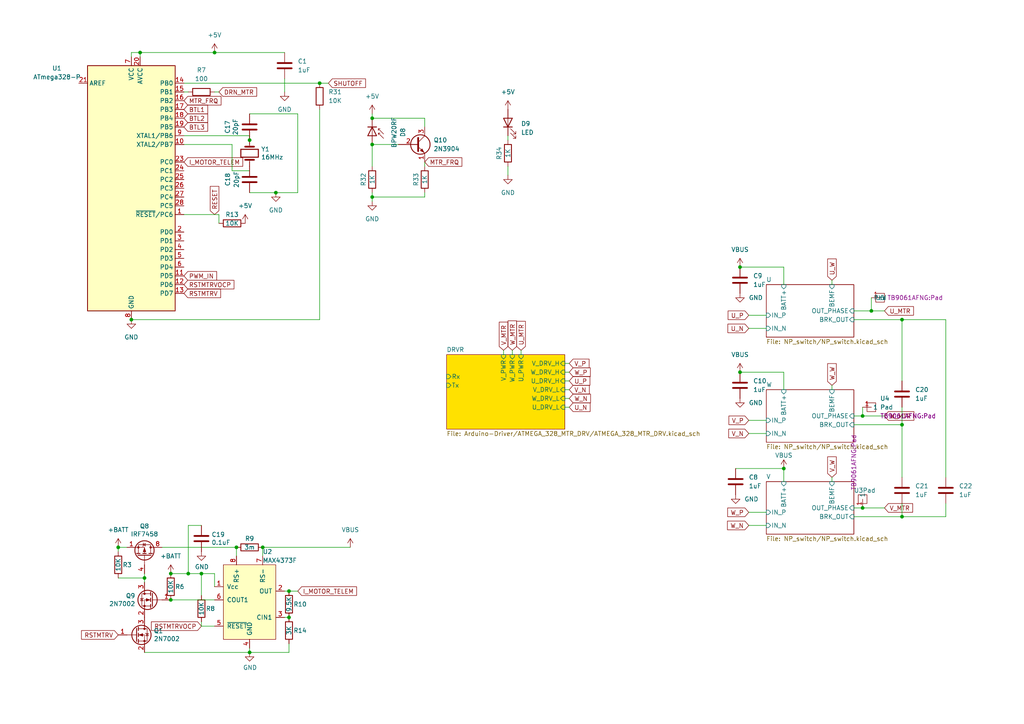
<source format=kicad_sch>
(kicad_sch (version 20211123) (generator eeschema)

  (uuid 9538e4ed-27e6-4c37-b989-9859dc0d49e8)

  (paper "A4")

  (lib_symbols
    (symbol "Device:C" (pin_numbers hide) (pin_names (offset 0.254)) (in_bom yes) (on_board yes)
      (property "Reference" "C" (id 0) (at 0.635 2.54 0)
        (effects (font (size 1.27 1.27)) (justify left))
      )
      (property "Value" "C" (id 1) (at 0.635 -2.54 0)
        (effects (font (size 1.27 1.27)) (justify left))
      )
      (property "Footprint" "" (id 2) (at 0.9652 -3.81 0)
        (effects (font (size 1.27 1.27)) hide)
      )
      (property "Datasheet" "~" (id 3) (at 0 0 0)
        (effects (font (size 1.27 1.27)) hide)
      )
      (property "ki_keywords" "cap capacitor" (id 4) (at 0 0 0)
        (effects (font (size 1.27 1.27)) hide)
      )
      (property "ki_description" "Unpolarized capacitor" (id 5) (at 0 0 0)
        (effects (font (size 1.27 1.27)) hide)
      )
      (property "ki_fp_filters" "C_*" (id 6) (at 0 0 0)
        (effects (font (size 1.27 1.27)) hide)
      )
      (symbol "C_0_1"
        (polyline
          (pts
            (xy -2.032 -0.762)
            (xy 2.032 -0.762)
          )
          (stroke (width 0.508) (type default) (color 0 0 0 0))
          (fill (type none))
        )
        (polyline
          (pts
            (xy -2.032 0.762)
            (xy 2.032 0.762)
          )
          (stroke (width 0.508) (type default) (color 0 0 0 0))
          (fill (type none))
        )
      )
      (symbol "C_1_1"
        (pin passive line (at 0 3.81 270) (length 2.794)
          (name "~" (effects (font (size 1.27 1.27))))
          (number "1" (effects (font (size 1.27 1.27))))
        )
        (pin passive line (at 0 -3.81 90) (length 2.794)
          (name "~" (effects (font (size 1.27 1.27))))
          (number "2" (effects (font (size 1.27 1.27))))
        )
      )
    )
    (symbol "Device:Crystal" (pin_numbers hide) (pin_names (offset 1.016) hide) (in_bom yes) (on_board yes)
      (property "Reference" "Y" (id 0) (at 0 3.81 0)
        (effects (font (size 1.27 1.27)))
      )
      (property "Value" "Crystal" (id 1) (at 0 -3.81 0)
        (effects (font (size 1.27 1.27)))
      )
      (property "Footprint" "" (id 2) (at 0 0 0)
        (effects (font (size 1.27 1.27)) hide)
      )
      (property "Datasheet" "~" (id 3) (at 0 0 0)
        (effects (font (size 1.27 1.27)) hide)
      )
      (property "ki_keywords" "quartz ceramic resonator oscillator" (id 4) (at 0 0 0)
        (effects (font (size 1.27 1.27)) hide)
      )
      (property "ki_description" "Two pin crystal" (id 5) (at 0 0 0)
        (effects (font (size 1.27 1.27)) hide)
      )
      (property "ki_fp_filters" "Crystal*" (id 6) (at 0 0 0)
        (effects (font (size 1.27 1.27)) hide)
      )
      (symbol "Crystal_0_1"
        (rectangle (start -1.143 2.54) (end 1.143 -2.54)
          (stroke (width 0.3048) (type default) (color 0 0 0 0))
          (fill (type none))
        )
        (polyline
          (pts
            (xy -2.54 0)
            (xy -1.905 0)
          )
          (stroke (width 0) (type default) (color 0 0 0 0))
          (fill (type none))
        )
        (polyline
          (pts
            (xy -1.905 -1.27)
            (xy -1.905 1.27)
          )
          (stroke (width 0.508) (type default) (color 0 0 0 0))
          (fill (type none))
        )
        (polyline
          (pts
            (xy 1.905 -1.27)
            (xy 1.905 1.27)
          )
          (stroke (width 0.508) (type default) (color 0 0 0 0))
          (fill (type none))
        )
        (polyline
          (pts
            (xy 2.54 0)
            (xy 1.905 0)
          )
          (stroke (width 0) (type default) (color 0 0 0 0))
          (fill (type none))
        )
      )
      (symbol "Crystal_1_1"
        (pin passive line (at -3.81 0 0) (length 1.27)
          (name "1" (effects (font (size 1.27 1.27))))
          (number "1" (effects (font (size 1.27 1.27))))
        )
        (pin passive line (at 3.81 0 180) (length 1.27)
          (name "2" (effects (font (size 1.27 1.27))))
          (number "2" (effects (font (size 1.27 1.27))))
        )
      )
    )
    (symbol "Device:D_Photo" (pin_numbers hide) (pin_names hide) (in_bom yes) (on_board yes)
      (property "Reference" "D" (id 0) (at 0.508 1.778 0)
        (effects (font (size 1.27 1.27)) (justify left))
      )
      (property "Value" "D_Photo" (id 1) (at -1.016 -2.794 0)
        (effects (font (size 1.27 1.27)))
      )
      (property "Footprint" "" (id 2) (at -1.27 0 0)
        (effects (font (size 1.27 1.27)) hide)
      )
      (property "Datasheet" "~" (id 3) (at -1.27 0 0)
        (effects (font (size 1.27 1.27)) hide)
      )
      (property "ki_keywords" "photodiode diode opto" (id 4) (at 0 0 0)
        (effects (font (size 1.27 1.27)) hide)
      )
      (property "ki_description" "Photodiode" (id 5) (at 0 0 0)
        (effects (font (size 1.27 1.27)) hide)
      )
      (symbol "D_Photo_0_1"
        (polyline
          (pts
            (xy -2.54 1.27)
            (xy -2.54 -1.27)
          )
          (stroke (width 0.254) (type default) (color 0 0 0 0))
          (fill (type none))
        )
        (polyline
          (pts
            (xy -2.032 1.778)
            (xy -1.524 1.778)
          )
          (stroke (width 0) (type default) (color 0 0 0 0))
          (fill (type none))
        )
        (polyline
          (pts
            (xy 0 0)
            (xy -2.54 0)
          )
          (stroke (width 0) (type default) (color 0 0 0 0))
          (fill (type none))
        )
        (polyline
          (pts
            (xy -0.508 3.302)
            (xy -2.032 1.778)
            (xy -2.032 2.286)
          )
          (stroke (width 0) (type default) (color 0 0 0 0))
          (fill (type none))
        )
        (polyline
          (pts
            (xy 0 -1.27)
            (xy 0 1.27)
            (xy -2.54 0)
            (xy 0 -1.27)
          )
          (stroke (width 0.254) (type default) (color 0 0 0 0))
          (fill (type none))
        )
        (polyline
          (pts
            (xy 0.762 3.302)
            (xy -0.762 1.778)
            (xy -0.762 2.286)
            (xy -0.762 1.778)
            (xy -0.254 1.778)
          )
          (stroke (width 0) (type default) (color 0 0 0 0))
          (fill (type none))
        )
      )
      (symbol "D_Photo_1_1"
        (pin passive line (at -5.08 0 0) (length 2.54)
          (name "K" (effects (font (size 1.27 1.27))))
          (number "1" (effects (font (size 1.27 1.27))))
        )
        (pin passive line (at 2.54 0 180) (length 2.54)
          (name "A" (effects (font (size 1.27 1.27))))
          (number "2" (effects (font (size 1.27 1.27))))
        )
      )
    )
    (symbol "Device:LED" (pin_numbers hide) (pin_names (offset 1.016) hide) (in_bom yes) (on_board yes)
      (property "Reference" "D" (id 0) (at 0 2.54 0)
        (effects (font (size 1.27 1.27)))
      )
      (property "Value" "LED" (id 1) (at 0 -2.54 0)
        (effects (font (size 1.27 1.27)))
      )
      (property "Footprint" "" (id 2) (at 0 0 0)
        (effects (font (size 1.27 1.27)) hide)
      )
      (property "Datasheet" "~" (id 3) (at 0 0 0)
        (effects (font (size 1.27 1.27)) hide)
      )
      (property "ki_keywords" "LED diode" (id 4) (at 0 0 0)
        (effects (font (size 1.27 1.27)) hide)
      )
      (property "ki_description" "Light emitting diode" (id 5) (at 0 0 0)
        (effects (font (size 1.27 1.27)) hide)
      )
      (property "ki_fp_filters" "LED* LED_SMD:* LED_THT:*" (id 6) (at 0 0 0)
        (effects (font (size 1.27 1.27)) hide)
      )
      (symbol "LED_0_1"
        (polyline
          (pts
            (xy -1.27 -1.27)
            (xy -1.27 1.27)
          )
          (stroke (width 0.254) (type default) (color 0 0 0 0))
          (fill (type none))
        )
        (polyline
          (pts
            (xy -1.27 0)
            (xy 1.27 0)
          )
          (stroke (width 0) (type default) (color 0 0 0 0))
          (fill (type none))
        )
        (polyline
          (pts
            (xy 1.27 -1.27)
            (xy 1.27 1.27)
            (xy -1.27 0)
            (xy 1.27 -1.27)
          )
          (stroke (width 0.254) (type default) (color 0 0 0 0))
          (fill (type none))
        )
        (polyline
          (pts
            (xy -3.048 -0.762)
            (xy -4.572 -2.286)
            (xy -3.81 -2.286)
            (xy -4.572 -2.286)
            (xy -4.572 -1.524)
          )
          (stroke (width 0) (type default) (color 0 0 0 0))
          (fill (type none))
        )
        (polyline
          (pts
            (xy -1.778 -0.762)
            (xy -3.302 -2.286)
            (xy -2.54 -2.286)
            (xy -3.302 -2.286)
            (xy -3.302 -1.524)
          )
          (stroke (width 0) (type default) (color 0 0 0 0))
          (fill (type none))
        )
      )
      (symbol "LED_1_1"
        (pin passive line (at -3.81 0 0) (length 2.54)
          (name "K" (effects (font (size 1.27 1.27))))
          (number "1" (effects (font (size 1.27 1.27))))
        )
        (pin passive line (at 3.81 0 180) (length 2.54)
          (name "A" (effects (font (size 1.27 1.27))))
          (number "2" (effects (font (size 1.27 1.27))))
        )
      )
    )
    (symbol "Device:R" (pin_numbers hide) (pin_names (offset 0)) (in_bom yes) (on_board yes)
      (property "Reference" "R" (id 0) (at 2.032 0 90)
        (effects (font (size 1.27 1.27)))
      )
      (property "Value" "R" (id 1) (at 0 0 90)
        (effects (font (size 1.27 1.27)))
      )
      (property "Footprint" "" (id 2) (at -1.778 0 90)
        (effects (font (size 1.27 1.27)) hide)
      )
      (property "Datasheet" "~" (id 3) (at 0 0 0)
        (effects (font (size 1.27 1.27)) hide)
      )
      (property "ki_keywords" "R res resistor" (id 4) (at 0 0 0)
        (effects (font (size 1.27 1.27)) hide)
      )
      (property "ki_description" "Resistor" (id 5) (at 0 0 0)
        (effects (font (size 1.27 1.27)) hide)
      )
      (property "ki_fp_filters" "R_*" (id 6) (at 0 0 0)
        (effects (font (size 1.27 1.27)) hide)
      )
      (symbol "R_0_1"
        (rectangle (start -1.016 -2.54) (end 1.016 2.54)
          (stroke (width 0.254) (type default) (color 0 0 0 0))
          (fill (type none))
        )
      )
      (symbol "R_1_1"
        (pin passive line (at 0 3.81 270) (length 1.27)
          (name "~" (effects (font (size 1.27 1.27))))
          (number "1" (effects (font (size 1.27 1.27))))
        )
        (pin passive line (at 0 -3.81 90) (length 1.27)
          (name "~" (effects (font (size 1.27 1.27))))
          (number "2" (effects (font (size 1.27 1.27))))
        )
      )
    )
    (symbol "MCU_Microchip_ATmega:ATmega328-P" (in_bom yes) (on_board yes)
      (property "Reference" "U" (id 0) (at -12.7 36.83 0)
        (effects (font (size 1.27 1.27)) (justify left bottom))
      )
      (property "Value" "ATmega328-P" (id 1) (at 2.54 -36.83 0)
        (effects (font (size 1.27 1.27)) (justify left top))
      )
      (property "Footprint" "Package_DIP:DIP-28_W7.62mm" (id 2) (at 0 0 0)
        (effects (font (size 1.27 1.27) italic) hide)
      )
      (property "Datasheet" "http://ww1.microchip.com/downloads/en/DeviceDoc/ATmega328_P%20AVR%20MCU%20with%20picoPower%20Technology%20Data%20Sheet%2040001984A.pdf" (id 3) (at 0 0 0)
        (effects (font (size 1.27 1.27)) hide)
      )
      (property "ki_keywords" "AVR 8bit Microcontroller MegaAVR" (id 4) (at 0 0 0)
        (effects (font (size 1.27 1.27)) hide)
      )
      (property "ki_description" "20MHz, 32kB Flash, 2kB SRAM, 1kB EEPROM, DIP-28" (id 5) (at 0 0 0)
        (effects (font (size 1.27 1.27)) hide)
      )
      (property "ki_fp_filters" "DIP*W7.62mm*" (id 6) (at 0 0 0)
        (effects (font (size 1.27 1.27)) hide)
      )
      (symbol "ATmega328-P_0_1"
        (rectangle (start -12.7 -35.56) (end 12.7 35.56)
          (stroke (width 0.254) (type default) (color 0 0 0 0))
          (fill (type background))
        )
      )
      (symbol "ATmega328-P_1_1"
        (pin bidirectional line (at 15.24 -7.62 180) (length 2.54)
          (name "~{RESET}/PC6" (effects (font (size 1.27 1.27))))
          (number "1" (effects (font (size 1.27 1.27))))
        )
        (pin bidirectional line (at 15.24 12.7 180) (length 2.54)
          (name "XTAL2/PB7" (effects (font (size 1.27 1.27))))
          (number "10" (effects (font (size 1.27 1.27))))
        )
        (pin bidirectional line (at 15.24 -25.4 180) (length 2.54)
          (name "PD5" (effects (font (size 1.27 1.27))))
          (number "11" (effects (font (size 1.27 1.27))))
        )
        (pin bidirectional line (at 15.24 -27.94 180) (length 2.54)
          (name "PD6" (effects (font (size 1.27 1.27))))
          (number "12" (effects (font (size 1.27 1.27))))
        )
        (pin bidirectional line (at 15.24 -30.48 180) (length 2.54)
          (name "PD7" (effects (font (size 1.27 1.27))))
          (number "13" (effects (font (size 1.27 1.27))))
        )
        (pin bidirectional line (at 15.24 30.48 180) (length 2.54)
          (name "PB0" (effects (font (size 1.27 1.27))))
          (number "14" (effects (font (size 1.27 1.27))))
        )
        (pin bidirectional line (at 15.24 27.94 180) (length 2.54)
          (name "PB1" (effects (font (size 1.27 1.27))))
          (number "15" (effects (font (size 1.27 1.27))))
        )
        (pin bidirectional line (at 15.24 25.4 180) (length 2.54)
          (name "PB2" (effects (font (size 1.27 1.27))))
          (number "16" (effects (font (size 1.27 1.27))))
        )
        (pin bidirectional line (at 15.24 22.86 180) (length 2.54)
          (name "PB3" (effects (font (size 1.27 1.27))))
          (number "17" (effects (font (size 1.27 1.27))))
        )
        (pin bidirectional line (at 15.24 20.32 180) (length 2.54)
          (name "PB4" (effects (font (size 1.27 1.27))))
          (number "18" (effects (font (size 1.27 1.27))))
        )
        (pin bidirectional line (at 15.24 17.78 180) (length 2.54)
          (name "PB5" (effects (font (size 1.27 1.27))))
          (number "19" (effects (font (size 1.27 1.27))))
        )
        (pin bidirectional line (at 15.24 -12.7 180) (length 2.54)
          (name "PD0" (effects (font (size 1.27 1.27))))
          (number "2" (effects (font (size 1.27 1.27))))
        )
        (pin power_in line (at 2.54 38.1 270) (length 2.54)
          (name "AVCC" (effects (font (size 1.27 1.27))))
          (number "20" (effects (font (size 1.27 1.27))))
        )
        (pin passive line (at -15.24 30.48 0) (length 2.54)
          (name "AREF" (effects (font (size 1.27 1.27))))
          (number "21" (effects (font (size 1.27 1.27))))
        )
        (pin passive line (at 0 -38.1 90) (length 2.54) hide
          (name "GND" (effects (font (size 1.27 1.27))))
          (number "22" (effects (font (size 1.27 1.27))))
        )
        (pin bidirectional line (at 15.24 7.62 180) (length 2.54)
          (name "PC0" (effects (font (size 1.27 1.27))))
          (number "23" (effects (font (size 1.27 1.27))))
        )
        (pin bidirectional line (at 15.24 5.08 180) (length 2.54)
          (name "PC1" (effects (font (size 1.27 1.27))))
          (number "24" (effects (font (size 1.27 1.27))))
        )
        (pin bidirectional line (at 15.24 2.54 180) (length 2.54)
          (name "PC2" (effects (font (size 1.27 1.27))))
          (number "25" (effects (font (size 1.27 1.27))))
        )
        (pin bidirectional line (at 15.24 0 180) (length 2.54)
          (name "PC3" (effects (font (size 1.27 1.27))))
          (number "26" (effects (font (size 1.27 1.27))))
        )
        (pin bidirectional line (at 15.24 -2.54 180) (length 2.54)
          (name "PC4" (effects (font (size 1.27 1.27))))
          (number "27" (effects (font (size 1.27 1.27))))
        )
        (pin bidirectional line (at 15.24 -5.08 180) (length 2.54)
          (name "PC5" (effects (font (size 1.27 1.27))))
          (number "28" (effects (font (size 1.27 1.27))))
        )
        (pin bidirectional line (at 15.24 -15.24 180) (length 2.54)
          (name "PD1" (effects (font (size 1.27 1.27))))
          (number "3" (effects (font (size 1.27 1.27))))
        )
        (pin bidirectional line (at 15.24 -17.78 180) (length 2.54)
          (name "PD2" (effects (font (size 1.27 1.27))))
          (number "4" (effects (font (size 1.27 1.27))))
        )
        (pin bidirectional line (at 15.24 -20.32 180) (length 2.54)
          (name "PD3" (effects (font (size 1.27 1.27))))
          (number "5" (effects (font (size 1.27 1.27))))
        )
        (pin bidirectional line (at 15.24 -22.86 180) (length 2.54)
          (name "PD4" (effects (font (size 1.27 1.27))))
          (number "6" (effects (font (size 1.27 1.27))))
        )
        (pin power_in line (at 0 38.1 270) (length 2.54)
          (name "VCC" (effects (font (size 1.27 1.27))))
          (number "7" (effects (font (size 1.27 1.27))))
        )
        (pin power_in line (at 0 -38.1 90) (length 2.54)
          (name "GND" (effects (font (size 1.27 1.27))))
          (number "8" (effects (font (size 1.27 1.27))))
        )
        (pin bidirectional line (at 15.24 15.24 180) (length 2.54)
          (name "XTAL1/PB6" (effects (font (size 1.27 1.27))))
          (number "9" (effects (font (size 1.27 1.27))))
        )
      )
    )
    (symbol "Pad_1" (in_bom yes) (on_board yes)
      (property "Reference" "U4" (id 0) (at 2.54 2.5401 0)
        (effects (font (size 1.27 1.27)) (justify left))
      )
      (property "Value" "Pad" (id 1) (at 2.54 0.0001 0)
        (effects (font (size 1.27 1.27)) (justify left))
      )
      (property "Footprint" "TB9061AFNG:Pad" (id 2) (at 2.54 -2.5399 0)
        (effects (font (size 1.27 1.27)) (justify left))
      )
      (property "Datasheet" "" (id 3) (at 0 0 0)
        (effects (font (size 1.27 1.27)) hide)
      )
      (symbol "Pad_1_0_1"
        (rectangle (start -1.27 1.27) (end 1.27 -1.27)
          (stroke (width 0) (type default) (color 0 0 0 0))
          (fill (type none))
        )
      )
      (symbol "Pad_1_1_1"
        (pin input line (at -2.54 0 0) (length 2.54)
          (name "1" (effects (font (size 1.27 1.27))))
          (number "1" (effects (font (size 1.27 1.27))))
        )
      )
    )
    (symbol "Pad_2" (in_bom yes) (on_board yes)
      (property "Reference" "U3" (id 0) (at 2.54 2.5401 90)
        (effects (font (size 1.27 1.27)) (justify right))
      )
      (property "Value" "Pad" (id 1) (at 2.54 0.0001 90)
        (effects (font (size 1.27 1.27)) (justify right))
      )
      (property "Footprint" "TB9061AFNG:Pad" (id 2) (at 2.5399 2.54 0)
        (effects (font (size 1.27 1.27)) (justify left))
      )
      (property "Datasheet" "" (id 3) (at 0 0 0)
        (effects (font (size 1.27 1.27)) hide)
      )
      (symbol "Pad_2_0_1"
        (rectangle (start -1.27 1.27) (end 1.27 -1.27)
          (stroke (width 0) (type default) (color 0 0 0 0))
          (fill (type none))
        )
      )
      (symbol "Pad_2_1_1"
        (pin power_in line (at -2.54 0 0) (length 2.54)
          (name "1" (effects (font (size 1.27 1.27))))
          (number "1" (effects (font (size 1.27 1.27))))
        )
      )
    )
    (symbol "TB9061AFNG:Pad" (in_bom yes) (on_board yes)
      (property "Reference" "U" (id 0) (at 0 0 0)
        (effects (font (size 1.27 1.27)))
      )
      (property "Value" "Pad" (id 1) (at 0 0 0)
        (effects (font (size 1.27 1.27)))
      )
      (property "Footprint" "TB9061AFNG:Pad" (id 2) (at 0 0 0)
        (effects (font (size 1.27 1.27)))
      )
      (property "Datasheet" "" (id 3) (at 0 0 0)
        (effects (font (size 1.27 1.27)) hide)
      )
      (symbol "Pad_0_1"
        (rectangle (start -1.27 1.27) (end 1.27 -1.27)
          (stroke (width 0) (type default) (color 0 0 0 0))
          (fill (type none))
        )
      )
      (symbol "Pad_1_1"
        (pin input line (at -2.54 0 0) (length 2.54)
          (name "V" (effects (font (size 1.27 1.27))))
          (number "1" (effects (font (size 1.27 1.27))))
        )
      )
    )
    (symbol "Transistor_BJT:2N3904" (pin_names (offset 0) hide) (in_bom yes) (on_board yes)
      (property "Reference" "Q" (id 0) (at 5.08 1.905 0)
        (effects (font (size 1.27 1.27)) (justify left))
      )
      (property "Value" "2N3904" (id 1) (at 5.08 0 0)
        (effects (font (size 1.27 1.27)) (justify left))
      )
      (property "Footprint" "Package_TO_SOT_THT:TO-92_Inline" (id 2) (at 5.08 -1.905 0)
        (effects (font (size 1.27 1.27) italic) (justify left) hide)
      )
      (property "Datasheet" "https://www.onsemi.com/pub/Collateral/2N3903-D.PDF" (id 3) (at 0 0 0)
        (effects (font (size 1.27 1.27)) (justify left) hide)
      )
      (property "ki_keywords" "NPN Transistor" (id 4) (at 0 0 0)
        (effects (font (size 1.27 1.27)) hide)
      )
      (property "ki_description" "0.2A Ic, 40V Vce, Small Signal NPN Transistor, TO-92" (id 5) (at 0 0 0)
        (effects (font (size 1.27 1.27)) hide)
      )
      (property "ki_fp_filters" "TO?92*" (id 6) (at 0 0 0)
        (effects (font (size 1.27 1.27)) hide)
      )
      (symbol "2N3904_0_1"
        (polyline
          (pts
            (xy 0.635 0.635)
            (xy 2.54 2.54)
          )
          (stroke (width 0) (type default) (color 0 0 0 0))
          (fill (type none))
        )
        (polyline
          (pts
            (xy 0.635 -0.635)
            (xy 2.54 -2.54)
            (xy 2.54 -2.54)
          )
          (stroke (width 0) (type default) (color 0 0 0 0))
          (fill (type none))
        )
        (polyline
          (pts
            (xy 0.635 1.905)
            (xy 0.635 -1.905)
            (xy 0.635 -1.905)
          )
          (stroke (width 0.508) (type default) (color 0 0 0 0))
          (fill (type none))
        )
        (polyline
          (pts
            (xy 1.27 -1.778)
            (xy 1.778 -1.27)
            (xy 2.286 -2.286)
            (xy 1.27 -1.778)
            (xy 1.27 -1.778)
          )
          (stroke (width 0) (type default) (color 0 0 0 0))
          (fill (type outline))
        )
        (circle (center 1.27 0) (radius 2.8194)
          (stroke (width 0.254) (type default) (color 0 0 0 0))
          (fill (type none))
        )
      )
      (symbol "2N3904_1_1"
        (pin passive line (at 2.54 -5.08 90) (length 2.54)
          (name "E" (effects (font (size 1.27 1.27))))
          (number "1" (effects (font (size 1.27 1.27))))
        )
        (pin passive line (at -5.08 0 0) (length 5.715)
          (name "B" (effects (font (size 1.27 1.27))))
          (number "2" (effects (font (size 1.27 1.27))))
        )
        (pin passive line (at 2.54 5.08 270) (length 2.54)
          (name "C" (effects (font (size 1.27 1.27))))
          (number "3" (effects (font (size 1.27 1.27))))
        )
      )
    )
    (symbol "Transistor_FET:2N7002" (pin_names hide) (in_bom yes) (on_board yes)
      (property "Reference" "Q" (id 0) (at 5.08 1.905 0)
        (effects (font (size 1.27 1.27)) (justify left))
      )
      (property "Value" "2N7002" (id 1) (at 5.08 0 0)
        (effects (font (size 1.27 1.27)) (justify left))
      )
      (property "Footprint" "Package_TO_SOT_SMD:SOT-23" (id 2) (at 5.08 -1.905 0)
        (effects (font (size 1.27 1.27) italic) (justify left) hide)
      )
      (property "Datasheet" "https://www.onsemi.com/pub/Collateral/NDS7002A-D.PDF" (id 3) (at 0 0 0)
        (effects (font (size 1.27 1.27)) (justify left) hide)
      )
      (property "ki_keywords" "N-Channel Switching MOSFET" (id 4) (at 0 0 0)
        (effects (font (size 1.27 1.27)) hide)
      )
      (property "ki_description" "0.115A Id, 60V Vds, N-Channel MOSFET, SOT-23" (id 5) (at 0 0 0)
        (effects (font (size 1.27 1.27)) hide)
      )
      (property "ki_fp_filters" "SOT?23*" (id 6) (at 0 0 0)
        (effects (font (size 1.27 1.27)) hide)
      )
      (symbol "2N7002_0_1"
        (polyline
          (pts
            (xy 0.254 0)
            (xy -2.54 0)
          )
          (stroke (width 0) (type default) (color 0 0 0 0))
          (fill (type none))
        )
        (polyline
          (pts
            (xy 0.254 1.905)
            (xy 0.254 -1.905)
          )
          (stroke (width 0.254) (type default) (color 0 0 0 0))
          (fill (type none))
        )
        (polyline
          (pts
            (xy 0.762 -1.27)
            (xy 0.762 -2.286)
          )
          (stroke (width 0.254) (type default) (color 0 0 0 0))
          (fill (type none))
        )
        (polyline
          (pts
            (xy 0.762 0.508)
            (xy 0.762 -0.508)
          )
          (stroke (width 0.254) (type default) (color 0 0 0 0))
          (fill (type none))
        )
        (polyline
          (pts
            (xy 0.762 2.286)
            (xy 0.762 1.27)
          )
          (stroke (width 0.254) (type default) (color 0 0 0 0))
          (fill (type none))
        )
        (polyline
          (pts
            (xy 2.54 2.54)
            (xy 2.54 1.778)
          )
          (stroke (width 0) (type default) (color 0 0 0 0))
          (fill (type none))
        )
        (polyline
          (pts
            (xy 2.54 -2.54)
            (xy 2.54 0)
            (xy 0.762 0)
          )
          (stroke (width 0) (type default) (color 0 0 0 0))
          (fill (type none))
        )
        (polyline
          (pts
            (xy 0.762 -1.778)
            (xy 3.302 -1.778)
            (xy 3.302 1.778)
            (xy 0.762 1.778)
          )
          (stroke (width 0) (type default) (color 0 0 0 0))
          (fill (type none))
        )
        (polyline
          (pts
            (xy 1.016 0)
            (xy 2.032 0.381)
            (xy 2.032 -0.381)
            (xy 1.016 0)
          )
          (stroke (width 0) (type default) (color 0 0 0 0))
          (fill (type outline))
        )
        (polyline
          (pts
            (xy 2.794 0.508)
            (xy 2.921 0.381)
            (xy 3.683 0.381)
            (xy 3.81 0.254)
          )
          (stroke (width 0) (type default) (color 0 0 0 0))
          (fill (type none))
        )
        (polyline
          (pts
            (xy 3.302 0.381)
            (xy 2.921 -0.254)
            (xy 3.683 -0.254)
            (xy 3.302 0.381)
          )
          (stroke (width 0) (type default) (color 0 0 0 0))
          (fill (type none))
        )
        (circle (center 1.651 0) (radius 2.794)
          (stroke (width 0.254) (type default) (color 0 0 0 0))
          (fill (type none))
        )
        (circle (center 2.54 -1.778) (radius 0.254)
          (stroke (width 0) (type default) (color 0 0 0 0))
          (fill (type outline))
        )
        (circle (center 2.54 1.778) (radius 0.254)
          (stroke (width 0) (type default) (color 0 0 0 0))
          (fill (type outline))
        )
      )
      (symbol "2N7002_1_1"
        (pin input line (at -5.08 0 0) (length 2.54)
          (name "G" (effects (font (size 1.27 1.27))))
          (number "1" (effects (font (size 1.27 1.27))))
        )
        (pin passive line (at 2.54 -5.08 90) (length 2.54)
          (name "S" (effects (font (size 1.27 1.27))))
          (number "2" (effects (font (size 1.27 1.27))))
        )
        (pin passive line (at 2.54 5.08 270) (length 2.54)
          (name "D" (effects (font (size 1.27 1.27))))
          (number "3" (effects (font (size 1.27 1.27))))
        )
      )
    )
    (symbol "Transistor_FET:IRF7404" (pin_names hide) (in_bom yes) (on_board yes)
      (property "Reference" "Q" (id 0) (at 5.08 1.905 0)
        (effects (font (size 1.27 1.27)) (justify left))
      )
      (property "Value" "IRF7404" (id 1) (at 5.08 0 0)
        (effects (font (size 1.27 1.27)) (justify left))
      )
      (property "Footprint" "Package_SO:SOIC-8_3.9x4.9mm_P1.27mm" (id 2) (at 5.08 -1.905 0)
        (effects (font (size 1.27 1.27) italic) (justify left) hide)
      )
      (property "Datasheet" "http://www.infineon.com/dgdl/irf7404.pdf?fileId=5546d462533600a4015355fa2b5b1b9e" (id 3) (at 0 0 90)
        (effects (font (size 1.27 1.27)) (justify left) hide)
      )
      (property "ki_keywords" "P-Channel MOSFET" (id 4) (at 0 0 0)
        (effects (font (size 1.27 1.27)) hide)
      )
      (property "ki_description" "-6.7A Id, -20V Vds, P-Channel HEXFET Power MOSFET, SO-8" (id 5) (at 0 0 0)
        (effects (font (size 1.27 1.27)) hide)
      )
      (property "ki_fp_filters" "SOIC*3.9x4.9mm*P1.27mm*" (id 6) (at 0 0 0)
        (effects (font (size 1.27 1.27)) hide)
      )
      (symbol "IRF7404_0_1"
        (polyline
          (pts
            (xy 0.254 0)
            (xy -2.54 0)
          )
          (stroke (width 0) (type default) (color 0 0 0 0))
          (fill (type none))
        )
        (polyline
          (pts
            (xy 0.254 1.905)
            (xy 0.254 -1.905)
          )
          (stroke (width 0.254) (type default) (color 0 0 0 0))
          (fill (type none))
        )
        (polyline
          (pts
            (xy 0.762 -1.27)
            (xy 0.762 -2.286)
          )
          (stroke (width 0.254) (type default) (color 0 0 0 0))
          (fill (type none))
        )
        (polyline
          (pts
            (xy 0.762 0.508)
            (xy 0.762 -0.508)
          )
          (stroke (width 0.254) (type default) (color 0 0 0 0))
          (fill (type none))
        )
        (polyline
          (pts
            (xy 0.762 2.286)
            (xy 0.762 1.27)
          )
          (stroke (width 0.254) (type default) (color 0 0 0 0))
          (fill (type none))
        )
        (polyline
          (pts
            (xy 2.54 2.54)
            (xy 2.54 1.778)
          )
          (stroke (width 0) (type default) (color 0 0 0 0))
          (fill (type none))
        )
        (polyline
          (pts
            (xy 2.54 -2.54)
            (xy 2.54 0)
            (xy 0.762 0)
          )
          (stroke (width 0) (type default) (color 0 0 0 0))
          (fill (type none))
        )
        (polyline
          (pts
            (xy 0.762 1.778)
            (xy 3.302 1.778)
            (xy 3.302 -1.778)
            (xy 0.762 -1.778)
          )
          (stroke (width 0) (type default) (color 0 0 0 0))
          (fill (type none))
        )
        (polyline
          (pts
            (xy 2.286 0)
            (xy 1.27 0.381)
            (xy 1.27 -0.381)
            (xy 2.286 0)
          )
          (stroke (width 0) (type default) (color 0 0 0 0))
          (fill (type outline))
        )
        (polyline
          (pts
            (xy 2.794 -0.508)
            (xy 2.921 -0.381)
            (xy 3.683 -0.381)
            (xy 3.81 -0.254)
          )
          (stroke (width 0) (type default) (color 0 0 0 0))
          (fill (type none))
        )
        (polyline
          (pts
            (xy 3.302 -0.381)
            (xy 2.921 0.254)
            (xy 3.683 0.254)
            (xy 3.302 -0.381)
          )
          (stroke (width 0) (type default) (color 0 0 0 0))
          (fill (type none))
        )
        (circle (center 1.651 0) (radius 2.794)
          (stroke (width 0.254) (type default) (color 0 0 0 0))
          (fill (type none))
        )
        (circle (center 2.54 -1.778) (radius 0.254)
          (stroke (width 0) (type default) (color 0 0 0 0))
          (fill (type outline))
        )
        (circle (center 2.54 1.778) (radius 0.254)
          (stroke (width 0) (type default) (color 0 0 0 0))
          (fill (type outline))
        )
      )
      (symbol "IRF7404_1_1"
        (pin passive line (at 2.54 -5.08 90) (length 2.54)
          (name "S" (effects (font (size 1.27 1.27))))
          (number "1" (effects (font (size 1.27 1.27))))
        )
        (pin passive line (at 2.54 -5.08 90) (length 2.54) hide
          (name "S" (effects (font (size 1.27 1.27))))
          (number "2" (effects (font (size 1.27 1.27))))
        )
        (pin passive line (at 2.54 -5.08 90) (length 2.54) hide
          (name "S" (effects (font (size 1.27 1.27))))
          (number "3" (effects (font (size 1.27 1.27))))
        )
        (pin passive line (at -5.08 0 0) (length 2.54)
          (name "G" (effects (font (size 1.27 1.27))))
          (number "4" (effects (font (size 1.27 1.27))))
        )
        (pin passive line (at 2.54 5.08 270) (length 2.54) hide
          (name "D" (effects (font (size 1.27 1.27))))
          (number "5" (effects (font (size 1.27 1.27))))
        )
        (pin passive line (at 2.54 5.08 270) (length 2.54) hide
          (name "D" (effects (font (size 1.27 1.27))))
          (number "6" (effects (font (size 1.27 1.27))))
        )
        (pin passive line (at 2.54 5.08 270) (length 2.54) hide
          (name "D" (effects (font (size 1.27 1.27))))
          (number "7" (effects (font (size 1.27 1.27))))
        )
        (pin passive line (at 2.54 5.08 270) (length 2.54)
          (name "D" (effects (font (size 1.27 1.27))))
          (number "8" (effects (font (size 1.27 1.27))))
        )
      )
    )
    (symbol "power:+5V" (power) (pin_names (offset 0)) (in_bom yes) (on_board yes)
      (property "Reference" "#PWR" (id 0) (at 0 -3.81 0)
        (effects (font (size 1.27 1.27)) hide)
      )
      (property "Value" "+5V" (id 1) (at 0 3.556 0)
        (effects (font (size 1.27 1.27)))
      )
      (property "Footprint" "" (id 2) (at 0 0 0)
        (effects (font (size 1.27 1.27)) hide)
      )
      (property "Datasheet" "" (id 3) (at 0 0 0)
        (effects (font (size 1.27 1.27)) hide)
      )
      (property "ki_keywords" "power-flag" (id 4) (at 0 0 0)
        (effects (font (size 1.27 1.27)) hide)
      )
      (property "ki_description" "Power symbol creates a global label with name \"+5V\"" (id 5) (at 0 0 0)
        (effects (font (size 1.27 1.27)) hide)
      )
      (symbol "+5V_0_1"
        (polyline
          (pts
            (xy -0.762 1.27)
            (xy 0 2.54)
          )
          (stroke (width 0) (type default) (color 0 0 0 0))
          (fill (type none))
        )
        (polyline
          (pts
            (xy 0 0)
            (xy 0 2.54)
          )
          (stroke (width 0) (type default) (color 0 0 0 0))
          (fill (type none))
        )
        (polyline
          (pts
            (xy 0 2.54)
            (xy 0.762 1.27)
          )
          (stroke (width 0) (type default) (color 0 0 0 0))
          (fill (type none))
        )
      )
      (symbol "+5V_1_1"
        (pin power_in line (at 0 0 90) (length 0) hide
          (name "+5V" (effects (font (size 1.27 1.27))))
          (number "1" (effects (font (size 1.27 1.27))))
        )
      )
    )
    (symbol "power:+BATT" (power) (pin_names (offset 0)) (in_bom yes) (on_board yes)
      (property "Reference" "#PWR" (id 0) (at 0 -3.81 0)
        (effects (font (size 1.27 1.27)) hide)
      )
      (property "Value" "+BATT" (id 1) (at 0 3.556 0)
        (effects (font (size 1.27 1.27)))
      )
      (property "Footprint" "" (id 2) (at 0 0 0)
        (effects (font (size 1.27 1.27)) hide)
      )
      (property "Datasheet" "" (id 3) (at 0 0 0)
        (effects (font (size 1.27 1.27)) hide)
      )
      (property "ki_keywords" "power-flag battery" (id 4) (at 0 0 0)
        (effects (font (size 1.27 1.27)) hide)
      )
      (property "ki_description" "Power symbol creates a global label with name \"+BATT\"" (id 5) (at 0 0 0)
        (effects (font (size 1.27 1.27)) hide)
      )
      (symbol "+BATT_0_1"
        (polyline
          (pts
            (xy -0.762 1.27)
            (xy 0 2.54)
          )
          (stroke (width 0) (type default) (color 0 0 0 0))
          (fill (type none))
        )
        (polyline
          (pts
            (xy 0 0)
            (xy 0 2.54)
          )
          (stroke (width 0) (type default) (color 0 0 0 0))
          (fill (type none))
        )
        (polyline
          (pts
            (xy 0 2.54)
            (xy 0.762 1.27)
          )
          (stroke (width 0) (type default) (color 0 0 0 0))
          (fill (type none))
        )
      )
      (symbol "+BATT_1_1"
        (pin power_in line (at 0 0 90) (length 0) hide
          (name "+BATT" (effects (font (size 1.27 1.27))))
          (number "1" (effects (font (size 1.27 1.27))))
        )
      )
    )
    (symbol "power:GND" (power) (pin_names (offset 0)) (in_bom yes) (on_board yes)
      (property "Reference" "#PWR" (id 0) (at 0 -6.35 0)
        (effects (font (size 1.27 1.27)) hide)
      )
      (property "Value" "GND" (id 1) (at 0 -3.81 0)
        (effects (font (size 1.27 1.27)))
      )
      (property "Footprint" "" (id 2) (at 0 0 0)
        (effects (font (size 1.27 1.27)) hide)
      )
      (property "Datasheet" "" (id 3) (at 0 0 0)
        (effects (font (size 1.27 1.27)) hide)
      )
      (property "ki_keywords" "power-flag" (id 4) (at 0 0 0)
        (effects (font (size 1.27 1.27)) hide)
      )
      (property "ki_description" "Power symbol creates a global label with name \"GND\" , ground" (id 5) (at 0 0 0)
        (effects (font (size 1.27 1.27)) hide)
      )
      (symbol "GND_0_1"
        (polyline
          (pts
            (xy 0 0)
            (xy 0 -1.27)
            (xy 1.27 -1.27)
            (xy 0 -2.54)
            (xy -1.27 -1.27)
            (xy 0 -1.27)
          )
          (stroke (width 0) (type default) (color 0 0 0 0))
          (fill (type none))
        )
      )
      (symbol "GND_1_1"
        (pin power_in line (at 0 0 270) (length 0) hide
          (name "GND" (effects (font (size 1.27 1.27))))
          (number "1" (effects (font (size 1.27 1.27))))
        )
      )
    )
    (symbol "power:VBUS" (power) (pin_names (offset 0)) (in_bom yes) (on_board yes)
      (property "Reference" "#PWR" (id 0) (at 0 -3.81 0)
        (effects (font (size 1.27 1.27)) hide)
      )
      (property "Value" "VBUS" (id 1) (at 0 3.81 0)
        (effects (font (size 1.27 1.27)))
      )
      (property "Footprint" "" (id 2) (at 0 0 0)
        (effects (font (size 1.27 1.27)) hide)
      )
      (property "Datasheet" "" (id 3) (at 0 0 0)
        (effects (font (size 1.27 1.27)) hide)
      )
      (property "ki_keywords" "power-flag" (id 4) (at 0 0 0)
        (effects (font (size 1.27 1.27)) hide)
      )
      (property "ki_description" "Power symbol creates a global label with name \"VBUS\"" (id 5) (at 0 0 0)
        (effects (font (size 1.27 1.27)) hide)
      )
      (symbol "VBUS_0_1"
        (polyline
          (pts
            (xy -0.762 1.27)
            (xy 0 2.54)
          )
          (stroke (width 0) (type default) (color 0 0 0 0))
          (fill (type none))
        )
        (polyline
          (pts
            (xy 0 0)
            (xy 0 2.54)
          )
          (stroke (width 0) (type default) (color 0 0 0 0))
          (fill (type none))
        )
        (polyline
          (pts
            (xy 0 2.54)
            (xy 0.762 1.27)
          )
          (stroke (width 0) (type default) (color 0 0 0 0))
          (fill (type none))
        )
      )
      (symbol "VBUS_1_1"
        (pin power_in line (at 0 0 90) (length 0) hide
          (name "VBUS" (effects (font (size 1.27 1.27))))
          (number "1" (effects (font (size 1.27 1.27))))
        )
      )
    )
    (symbol "symbols:MAX4373F" (pin_names (offset 1.016)) (in_bom yes) (on_board yes)
      (property "Reference" "U" (id 0) (at 0 3.81 0)
        (effects (font (size 1.27 1.27)))
      )
      (property "Value" "MAX4373F" (id 1) (at 0 6.35 0)
        (effects (font (size 1.27 1.27)))
      )
      (property "Footprint" "" (id 2) (at 0 2.54 0)
        (effects (font (size 1.27 1.27)) hide)
      )
      (property "Datasheet" "" (id 3) (at 0 2.54 0)
        (effects (font (size 1.27 1.27)) hide)
      )
      (symbol "MAX4373F_0_1"
        (rectangle (start -7.62 -2.54) (end 7.62 -24.13)
          (stroke (width 0) (type default) (color 0 0 0 0))
          (fill (type background))
        )
      )
      (symbol "MAX4373F_1_1"
        (pin input line (at -10.16 -8.89 0) (length 2.54)
          (name "Vcc" (effects (font (size 1.27 1.27))))
          (number "1" (effects (font (size 1.27 1.27))))
        )
        (pin input line (at 10.16 -10.16 180) (length 2.54)
          (name "OUT" (effects (font (size 1.27 1.27))))
          (number "2" (effects (font (size 1.27 1.27))))
        )
        (pin input line (at 10.16 -17.78 180) (length 2.54)
          (name "CIN1" (effects (font (size 1.27 1.27))))
          (number "3" (effects (font (size 1.27 1.27))))
        )
        (pin input line (at 0 -26.67 90) (length 2.54)
          (name "GND" (effects (font (size 1.27 1.27))))
          (number "4" (effects (font (size 1.27 1.27))))
        )
        (pin input line (at -10.16 -20.32 0) (length 2.54)
          (name "~{RESET}" (effects (font (size 1.27 1.27))))
          (number "5" (effects (font (size 1.27 1.27))))
        )
        (pin input line (at -10.16 -12.7 0) (length 2.54)
          (name "COUT1" (effects (font (size 1.27 1.27))))
          (number "6" (effects (font (size 1.27 1.27))))
        )
        (pin input line (at 3.81 0 270) (length 2.54)
          (name "RS-" (effects (font (size 1.27 1.27))))
          (number "7" (effects (font (size 1.27 1.27))))
        )
        (pin input line (at -3.81 0 270) (length 2.54)
          (name "RS+" (effects (font (size 1.27 1.27))))
          (number "8" (effects (font (size 1.27 1.27))))
        )
      )
    )
  )

  (junction (at 80.01 55.88) (diameter 0) (color 0 0 0 0)
    (uuid 013bc360-510d-4f58-beb4-2bc1bcb93fc6)
  )
  (junction (at 68.58 158.75) (diameter 0) (color 0 0 0 0)
    (uuid 0140b3e4-328e-4104-8a92-c274dd1e893f)
  )
  (junction (at 107.95 41.91) (diameter 0) (color 0 0 0 0)
    (uuid 096cb9ba-7a54-41da-830a-fa222d521c17)
  )
  (junction (at 214.63 107.95) (diameter 0) (color 0 0 0 0)
    (uuid 1970fece-46d3-47f1-958b-0632c14f6082)
  )
  (junction (at 41.91 167.64) (diameter 0) (color 0 0 0 0)
    (uuid 2290aff1-1a92-4bda-9a66-c34eba874d45)
  )
  (junction (at 250.19 147.32) (diameter 0) (color 0 0 0 0)
    (uuid 2b52d780-e9d9-43db-8d3c-e4acb6938904)
  )
  (junction (at 261.62 92.71) (diameter 0) (color 0 0 0 0)
    (uuid 30823de9-6097-43fd-b9fd-8606125ee8b3)
  )
  (junction (at 261.62 149.86) (diameter 0) (color 0 0 0 0)
    (uuid 3f4ed95d-3777-44e3-9c23-7db8d01e1a7e)
  )
  (junction (at 227.33 135.89) (diameter 0) (color 0 0 0 0)
    (uuid 49799526-462f-4036-b6ff-8efa24cc987d)
  )
  (junction (at 49.53 173.99) (diameter 0) (color 0 0 0 0)
    (uuid 516538a5-0023-4736-8299-d49572d32f42)
  )
  (junction (at 58.42 166.37) (diameter 0) (color 0 0 0 0)
    (uuid 5af8a306-2b8b-4019-8556-b624e95ec066)
  )
  (junction (at 40.64 15.24) (diameter 0) (color 0 0 0 0)
    (uuid 63f5adf9-5cb9-4104-a030-78f2c22b9298)
  )
  (junction (at 83.82 171.45) (diameter 0) (color 0 0 0 0)
    (uuid 6bda6837-0e61-44b0-b9e8-93c5b1422c2e)
  )
  (junction (at 92.71 24.13) (diameter 0) (color 0 0 0 0)
    (uuid 7cb5267b-02e0-46f9-9a48-d31c48814c00)
  )
  (junction (at 252.73 90.17) (diameter 0) (color 0 0 0 0)
    (uuid 8773f923-4bb3-4448-a9bb-d84bfe4cd427)
  )
  (junction (at 214.63 77.47) (diameter 0) (color 0 0 0 0)
    (uuid 8b9b3f54-6549-4114-ac12-2111ef5e9175)
  )
  (junction (at 34.29 158.75) (diameter 0) (color 0 0 0 0)
    (uuid 9cbbbd6d-88d4-4f58-983f-a3b898f2c5d6)
  )
  (junction (at 54.61 166.37) (diameter 0) (color 0 0 0 0)
    (uuid a10750d5-0025-436b-b123-569ff7398042)
  )
  (junction (at 107.95 57.15) (diameter 0) (color 0 0 0 0)
    (uuid b87c65c9-ec3b-45ea-90f3-95476eea7d52)
  )
  (junction (at 83.82 179.07) (diameter 0) (color 0 0 0 0)
    (uuid c35eecbd-f349-4b2e-859a-2a14ea666937)
  )
  (junction (at 49.53 166.37) (diameter 0) (color 0 0 0 0)
    (uuid c7b84f9a-1780-48bc-8725-504a9bd1c2dc)
  )
  (junction (at 107.95 34.29) (diameter 0) (color 0 0 0 0)
    (uuid c8824fc1-01ad-4f3b-80ea-bb6c68e61721)
  )
  (junction (at 72.39 40.64) (diameter 0) (color 0 0 0 0)
    (uuid d036d845-71a3-48ee-b542-6149c8fea749)
  )
  (junction (at 250.19 120.65) (diameter 0) (color 0 0 0 0)
    (uuid d78eb771-6b74-413a-88dc-91a57b6219a7)
  )
  (junction (at 62.23 15.24) (diameter 0) (color 0 0 0 0)
    (uuid dc615c54-cf4a-4b5b-aca9-03005b5fda7d)
  )
  (junction (at 76.2 158.75) (diameter 0) (color 0 0 0 0)
    (uuid e9c66e6e-d0f1-4631-ba09-9279a13a5ae0)
  )
  (junction (at 38.1 92.71) (diameter 0) (color 0 0 0 0)
    (uuid ebc6d391-29ba-41f8-8658-35b93d9893b3)
  )
  (junction (at 261.62 123.19) (diameter 0) (color 0 0 0 0)
    (uuid f34e5794-7b1e-4dce-bbff-cffab6dc15ab)
  )
  (junction (at 72.39 189.23) (diameter 0) (color 0 0 0 0)
    (uuid f5add7cd-7a96-4e41-9e56-4f5e265235f4)
  )

  (wire (pts (xy 86.36 171.45) (xy 83.82 171.45))
    (stroke (width 0) (type default) (color 0 0 0 0))
    (uuid 0405f209-efbc-460a-bae5-1f0c3b21a34b)
  )
  (wire (pts (xy 63.5 62.23) (xy 63.5 64.77))
    (stroke (width 0) (type default) (color 0 0 0 0))
    (uuid 062bb2f2-455a-4e72-b017-f51c0e2d0a89)
  )
  (wire (pts (xy 252.73 90.17) (xy 256.54 90.17))
    (stroke (width 0) (type default) (color 0 0 0 0))
    (uuid 0787a3e7-01a3-48e6-8012-b7227dd8983d)
  )
  (wire (pts (xy 214.63 77.47) (xy 227.33 77.47))
    (stroke (width 0) (type default) (color 0 0 0 0))
    (uuid 0a9aad8e-9e97-4f98-a73f-3faa68968417)
  )
  (wire (pts (xy 163.83 115.57) (xy 165.1 115.57))
    (stroke (width 0) (type default) (color 0 0 0 0))
    (uuid 0e7388aa-35a9-4352-9144-cb345eaecaf1)
  )
  (wire (pts (xy 63.5 26.67) (xy 62.23 26.67))
    (stroke (width 0) (type default) (color 0 0 0 0))
    (uuid 0e8cb752-fa0a-45c2-a0bf-3778c73abe61)
  )
  (wire (pts (xy 147.32 48.26) (xy 147.32 50.8))
    (stroke (width 0) (type default) (color 0 0 0 0))
    (uuid 0ef77545-a0e1-4cb1-8031-bb224d60c961)
  )
  (wire (pts (xy 261.62 92.71) (xy 261.62 110.49))
    (stroke (width 0) (type default) (color 0 0 0 0))
    (uuid 0f497396-35b2-4bad-9dc2-0a9b6a33e855)
  )
  (wire (pts (xy 241.3 81.28) (xy 241.3 82.55))
    (stroke (width 0) (type default) (color 0 0 0 0))
    (uuid 1177ab53-9b3c-46da-8040-c40649707e89)
  )
  (wire (pts (xy 107.95 58.42) (xy 107.95 57.15))
    (stroke (width 0) (type default) (color 0 0 0 0))
    (uuid 166771b0-34d5-4e93-a55d-68a85af5aae2)
  )
  (wire (pts (xy 40.64 15.24) (xy 62.23 15.24))
    (stroke (width 0) (type default) (color 0 0 0 0))
    (uuid 1762ebde-3da9-4273-9b1d-36f26c9f2a6b)
  )
  (wire (pts (xy 53.34 26.67) (xy 54.61 26.67))
    (stroke (width 0) (type default) (color 0 0 0 0))
    (uuid 17757662-228c-4c69-b30a-02c579f9c94a)
  )
  (wire (pts (xy 107.95 41.91) (xy 115.57 41.91))
    (stroke (width 0) (type default) (color 0 0 0 0))
    (uuid 17adf1e0-f655-4a9c-9759-5d83cf20f44e)
  )
  (wire (pts (xy 241.3 138.43) (xy 241.3 139.7))
    (stroke (width 0) (type default) (color 0 0 0 0))
    (uuid 18e2e3c9-9c40-4270-b19e-a0655086a401)
  )
  (wire (pts (xy 261.62 149.86) (xy 274.32 149.86))
    (stroke (width 0) (type default) (color 0 0 0 0))
    (uuid 19272f08-def2-486e-b056-86b1fec4c7fd)
  )
  (wire (pts (xy 217.17 91.44) (xy 222.25 91.44))
    (stroke (width 0) (type default) (color 0 0 0 0))
    (uuid 1b8af3e2-a194-4965-9713-323d0251cbe7)
  )
  (wire (pts (xy 274.32 146.05) (xy 274.32 149.86))
    (stroke (width 0) (type default) (color 0 0 0 0))
    (uuid 1dc1e256-a1ef-4177-b627-1fe71b152520)
  )
  (wire (pts (xy 250.19 147.32) (xy 256.54 147.32))
    (stroke (width 0) (type default) (color 0 0 0 0))
    (uuid 1fdd8018-88f9-4d99-aabf-1c4bbd1ba4ab)
  )
  (wire (pts (xy 107.95 57.15) (xy 123.19 57.15))
    (stroke (width 0) (type default) (color 0 0 0 0))
    (uuid 20beaa91-83af-4780-b556-a8d8e6450609)
  )
  (wire (pts (xy 247.65 90.17) (xy 252.73 90.17))
    (stroke (width 0) (type default) (color 0 0 0 0))
    (uuid 2149db53-fb88-426b-ae62-682c5b61920b)
  )
  (wire (pts (xy 107.95 34.29) (xy 123.19 34.29))
    (stroke (width 0) (type default) (color 0 0 0 0))
    (uuid 21c36621-ed98-465a-8059-65e6e7e72685)
  )
  (wire (pts (xy 72.39 55.88) (xy 80.01 55.88))
    (stroke (width 0) (type default) (color 0 0 0 0))
    (uuid 22e646d2-91a6-464b-87f5-bffe51100477)
  )
  (wire (pts (xy 83.82 186.69) (xy 83.82 189.23))
    (stroke (width 0) (type default) (color 0 0 0 0))
    (uuid 25df3d40-4f7b-45c8-8088-575744ebabcd)
  )
  (wire (pts (xy 247.65 123.19) (xy 261.62 123.19))
    (stroke (width 0) (type default) (color 0 0 0 0))
    (uuid 2604bd4f-3e54-4b9a-9222-051c1a6ae9bf)
  )
  (wire (pts (xy 261.62 118.11) (xy 261.62 123.19))
    (stroke (width 0) (type default) (color 0 0 0 0))
    (uuid 321e8c8c-7a03-4a1e-839c-297014b84875)
  )
  (wire (pts (xy 41.91 167.64) (xy 41.91 166.37))
    (stroke (width 0) (type default) (color 0 0 0 0))
    (uuid 346caf81-2d9a-4dcf-bf54-67101bd581f7)
  )
  (wire (pts (xy 107.95 55.88) (xy 107.95 57.15))
    (stroke (width 0) (type default) (color 0 0 0 0))
    (uuid 37952058-c209-4138-bbe7-1ae6a725d660)
  )
  (wire (pts (xy 72.39 39.37) (xy 72.39 40.64))
    (stroke (width 0) (type default) (color 0 0 0 0))
    (uuid 382c86f5-4586-4600-96d7-a18fc1ab968e)
  )
  (wire (pts (xy 123.19 34.29) (xy 123.19 36.83))
    (stroke (width 0) (type default) (color 0 0 0 0))
    (uuid 38f837e0-d26a-4e59-b7ae-79cbedb6bd92)
  )
  (wire (pts (xy 58.42 166.37) (xy 62.23 166.37))
    (stroke (width 0) (type default) (color 0 0 0 0))
    (uuid 3ca6b50e-0cf2-41ff-a738-380d0535cae7)
  )
  (wire (pts (xy 53.34 62.23) (xy 63.5 62.23))
    (stroke (width 0) (type default) (color 0 0 0 0))
    (uuid 42b6dcc9-d8ef-4977-91f9-26ba71a76e9f)
  )
  (wire (pts (xy 214.63 107.95) (xy 227.33 107.95))
    (stroke (width 0) (type default) (color 0 0 0 0))
    (uuid 4575952e-e122-41a5-bcae-71adfb9fc015)
  )
  (wire (pts (xy 53.34 24.13) (xy 92.71 24.13))
    (stroke (width 0) (type default) (color 0 0 0 0))
    (uuid 460d0b98-435b-49b6-94ca-5b9a8845a7b7)
  )
  (wire (pts (xy 72.39 187.96) (xy 72.39 189.23))
    (stroke (width 0) (type default) (color 0 0 0 0))
    (uuid 4a58293e-8bd3-45dc-ab46-68077db715f2)
  )
  (wire (pts (xy 247.65 92.71) (xy 261.62 92.71))
    (stroke (width 0) (type default) (color 0 0 0 0))
    (uuid 4b7c445c-bea0-4c4b-b127-04a2891ba119)
  )
  (wire (pts (xy 38.1 15.24) (xy 38.1 16.51))
    (stroke (width 0) (type default) (color 0 0 0 0))
    (uuid 4babeed6-a3b3-490d-83ea-5de32ef0a015)
  )
  (wire (pts (xy 49.53 166.37) (xy 54.61 166.37))
    (stroke (width 0) (type default) (color 0 0 0 0))
    (uuid 4bba9d91-a09d-4464-9433-66c355db9f0e)
  )
  (wire (pts (xy 148.59 101.6) (xy 148.59 102.87))
    (stroke (width 0) (type default) (color 0 0 0 0))
    (uuid 4e025c39-2867-4ad1-a7fd-37a91e7a46db)
  )
  (wire (pts (xy 227.33 135.89) (xy 227.33 139.7))
    (stroke (width 0) (type default) (color 0 0 0 0))
    (uuid 50a980e0-f604-453a-9b68-89d4ea5ecc1f)
  )
  (wire (pts (xy 40.64 15.24) (xy 38.1 15.24))
    (stroke (width 0) (type default) (color 0 0 0 0))
    (uuid 535aa6a0-6118-476a-aad7-7b104a0cfc98)
  )
  (wire (pts (xy 217.17 152.4) (xy 222.25 152.4))
    (stroke (width 0) (type default) (color 0 0 0 0))
    (uuid 63cb8794-954c-4a10-8316-5cfb63d2449b)
  )
  (wire (pts (xy 261.62 92.71) (xy 274.32 92.71))
    (stroke (width 0) (type default) (color 0 0 0 0))
    (uuid 64861b6d-5e5f-41f8-abf6-3eff465047f5)
  )
  (wire (pts (xy 53.34 39.37) (xy 72.39 39.37))
    (stroke (width 0) (type default) (color 0 0 0 0))
    (uuid 67aadd13-fe60-4f62-b2e8-ffab1207ec2c)
  )
  (wire (pts (xy 227.33 77.47) (xy 227.33 82.55))
    (stroke (width 0) (type default) (color 0 0 0 0))
    (uuid 67d9ac15-01e8-49c6-b9c7-bc356ef703cc)
  )
  (wire (pts (xy 107.95 33.02) (xy 107.95 34.29))
    (stroke (width 0) (type default) (color 0 0 0 0))
    (uuid 689804f9-ac90-486f-a045-b8aab097c3bf)
  )
  (wire (pts (xy 163.83 107.95) (xy 165.1 107.95))
    (stroke (width 0) (type default) (color 0 0 0 0))
    (uuid 6d2a9e48-091a-4fde-91a4-69593dee17d3)
  )
  (wire (pts (xy 41.91 168.91) (xy 41.91 167.64))
    (stroke (width 0) (type default) (color 0 0 0 0))
    (uuid 6d760f74-1b99-45d9-aef2-68cb2f4ab217)
  )
  (wire (pts (xy 163.83 118.11) (xy 165.1 118.11))
    (stroke (width 0) (type default) (color 0 0 0 0))
    (uuid 71f0be51-7a86-41e2-971d-18a6f55b5510)
  )
  (wire (pts (xy 247.65 147.32) (xy 250.19 147.32))
    (stroke (width 0) (type default) (color 0 0 0 0))
    (uuid 72a1280e-7647-4891-be6a-f651a952b7e0)
  )
  (wire (pts (xy 54.61 166.37) (xy 58.42 166.37))
    (stroke (width 0) (type default) (color 0 0 0 0))
    (uuid 74c5ad03-7726-41d2-8f97-23628b902753)
  )
  (wire (pts (xy 34.29 158.75) (xy 36.83 158.75))
    (stroke (width 0) (type default) (color 0 0 0 0))
    (uuid 74d663a3-2ab3-4b21-b139-ddb7bc3166a8)
  )
  (wire (pts (xy 163.83 105.41) (xy 165.1 105.41))
    (stroke (width 0) (type default) (color 0 0 0 0))
    (uuid 751c11d9-6c43-4275-873e-d9d147645e24)
  )
  (wire (pts (xy 241.3 111.76) (xy 241.3 113.03))
    (stroke (width 0) (type default) (color 0 0 0 0))
    (uuid 7722ff2d-790d-4db2-8f3f-4df7eaa89e98)
  )
  (wire (pts (xy 68.58 161.29) (xy 68.58 158.75))
    (stroke (width 0) (type default) (color 0 0 0 0))
    (uuid 7e8f0a66-6e76-42cb-b81b-e440db5dfc48)
  )
  (wire (pts (xy 34.29 167.64) (xy 41.91 167.64))
    (stroke (width 0) (type default) (color 0 0 0 0))
    (uuid 80df435e-f10a-4ecc-be47-f5c06335c93c)
  )
  (wire (pts (xy 151.13 101.6) (xy 151.13 102.87))
    (stroke (width 0) (type default) (color 0 0 0 0))
    (uuid 85f2f107-4ef9-4ec3-97ee-39288b53579d)
  )
  (wire (pts (xy 250.19 120.65) (xy 256.54 120.65))
    (stroke (width 0) (type default) (color 0 0 0 0))
    (uuid 868abc64-756e-4eea-8714-163e172d4ddc)
  )
  (wire (pts (xy 92.71 31.75) (xy 92.71 92.71))
    (stroke (width 0) (type default) (color 0 0 0 0))
    (uuid 8b88f8bc-c36a-4311-b69d-85977740bd5c)
  )
  (wire (pts (xy 58.42 181.61) (xy 58.42 180.34))
    (stroke (width 0) (type default) (color 0 0 0 0))
    (uuid 8e96f4d0-8f69-48d9-84bc-1dc2d0486888)
  )
  (wire (pts (xy 58.42 166.37) (xy 58.42 172.72))
    (stroke (width 0) (type default) (color 0 0 0 0))
    (uuid 8ef97bc5-bfcc-4b8e-9041-5b96491660b9)
  )
  (wire (pts (xy 67.31 49.53) (xy 67.31 41.91))
    (stroke (width 0) (type default) (color 0 0 0 0))
    (uuid 902f88f7-d42e-4258-96ff-bf06d08edf39)
  )
  (wire (pts (xy 227.33 107.95) (xy 227.33 113.03))
    (stroke (width 0) (type default) (color 0 0 0 0))
    (uuid 907968a7-b2dd-4683-969d-eea7e939206f)
  )
  (wire (pts (xy 38.1 92.71) (xy 92.71 92.71))
    (stroke (width 0) (type default) (color 0 0 0 0))
    (uuid 92396096-4ab7-402f-a49c-114bce03f0a9)
  )
  (wire (pts (xy 34.29 160.02) (xy 34.29 158.75))
    (stroke (width 0) (type default) (color 0 0 0 0))
    (uuid 95a3d38c-c30b-4803-b93c-693f17537140)
  )
  (wire (pts (xy 62.23 15.24) (xy 82.55 15.24))
    (stroke (width 0) (type default) (color 0 0 0 0))
    (uuid 98c60da9-6612-4d29-82cf-0e82ebab3f2d)
  )
  (wire (pts (xy 40.64 15.24) (xy 40.64 16.51))
    (stroke (width 0) (type default) (color 0 0 0 0))
    (uuid 9a3b40fc-b274-4c32-a362-fb28a1527eb5)
  )
  (wire (pts (xy 217.17 125.73) (xy 222.25 125.73))
    (stroke (width 0) (type default) (color 0 0 0 0))
    (uuid 9a9f0a6c-05b2-459a-aebf-a7a63363c91a)
  )
  (wire (pts (xy 123.19 48.26) (xy 123.19 46.99))
    (stroke (width 0) (type default) (color 0 0 0 0))
    (uuid 9c9336f9-f164-4340-87b8-3f00abb2bf30)
  )
  (wire (pts (xy 41.91 189.23) (xy 72.39 189.23))
    (stroke (width 0) (type default) (color 0 0 0 0))
    (uuid 9ed74433-5b1b-47d8-833e-a2fc0a5bc1d3)
  )
  (wire (pts (xy 163.83 113.03) (xy 165.1 113.03))
    (stroke (width 0) (type default) (color 0 0 0 0))
    (uuid af3cae83-ca72-49e1-8505-be1538b555d7)
  )
  (wire (pts (xy 247.65 149.86) (xy 261.62 149.86))
    (stroke (width 0) (type default) (color 0 0 0 0))
    (uuid b01c10de-d162-4d4f-9db7-c9882be95094)
  )
  (wire (pts (xy 54.61 152.4) (xy 58.42 152.4))
    (stroke (width 0) (type default) (color 0 0 0 0))
    (uuid b1daf3cb-b045-43ee-b5a5-04e59b5dcda2)
  )
  (wire (pts (xy 123.19 57.15) (xy 123.19 55.88))
    (stroke (width 0) (type default) (color 0 0 0 0))
    (uuid b652d2e7-0b19-4c96-b947-d51a1388987d)
  )
  (wire (pts (xy 76.2 158.75) (xy 101.6 158.75))
    (stroke (width 0) (type default) (color 0 0 0 0))
    (uuid b6a5c196-3aa7-45c2-8346-55cb9e2eae13)
  )
  (wire (pts (xy 217.17 95.25) (xy 222.25 95.25))
    (stroke (width 0) (type default) (color 0 0 0 0))
    (uuid bb9981c3-12b0-458e-9d5a-257f94a29439)
  )
  (wire (pts (xy 82.55 22.86) (xy 82.55 26.67))
    (stroke (width 0) (type default) (color 0 0 0 0))
    (uuid bc180eec-3a75-4dbc-8d05-093ce69b14fe)
  )
  (wire (pts (xy 147.32 39.37) (xy 147.32 40.64))
    (stroke (width 0) (type default) (color 0 0 0 0))
    (uuid bcf26af7-a358-45f7-83b7-f338ed8dd0df)
  )
  (wire (pts (xy 54.61 166.37) (xy 54.61 152.4))
    (stroke (width 0) (type default) (color 0 0 0 0))
    (uuid bd7e7c0d-7e4c-44c8-8646-fbeef57b6dc2)
  )
  (wire (pts (xy 163.83 110.49) (xy 165.1 110.49))
    (stroke (width 0) (type default) (color 0 0 0 0))
    (uuid c08d36b5-940c-4e7c-a73c-f340ce908dd0)
  )
  (wire (pts (xy 261.62 123.19) (xy 261.62 138.43))
    (stroke (width 0) (type default) (color 0 0 0 0))
    (uuid c0b7c5a8-a5df-4863-a3b3-4aaba76da13d)
  )
  (wire (pts (xy 72.39 49.53) (xy 67.31 49.53))
    (stroke (width 0) (type default) (color 0 0 0 0))
    (uuid c160b5ac-7c07-46d3-8ba3-c5813405b8ec)
  )
  (wire (pts (xy 250.19 118.11) (xy 250.19 120.65))
    (stroke (width 0) (type default) (color 0 0 0 0))
    (uuid c1c21022-76ea-44c8-b35f-1072744f8d86)
  )
  (wire (pts (xy 213.36 135.89) (xy 227.33 135.89))
    (stroke (width 0) (type default) (color 0 0 0 0))
    (uuid c33a7495-b446-44dc-8f58-ea9c0f7a693c)
  )
  (wire (pts (xy 72.39 33.02) (xy 86.36 33.02))
    (stroke (width 0) (type default) (color 0 0 0 0))
    (uuid c53f20c5-8511-4ea3-a5cf-e86b873ba7ba)
  )
  (wire (pts (xy 76.2 161.29) (xy 76.2 158.75))
    (stroke (width 0) (type default) (color 0 0 0 0))
    (uuid c6182dc7-da09-4ebe-8de4-42a53a48aed0)
  )
  (wire (pts (xy 62.23 181.61) (xy 58.42 181.61))
    (stroke (width 0) (type default) (color 0 0 0 0))
    (uuid c6c1eb2b-fd5b-4c57-97df-dc5160e77577)
  )
  (wire (pts (xy 83.82 179.07) (xy 82.55 179.07))
    (stroke (width 0) (type default) (color 0 0 0 0))
    (uuid c873ec5e-d8e7-40e2-9829-e5f26cc75e0b)
  )
  (wire (pts (xy 80.01 55.88) (xy 86.36 55.88))
    (stroke (width 0) (type default) (color 0 0 0 0))
    (uuid cb59c076-b139-4746-b3a2-03fc9f0101ed)
  )
  (wire (pts (xy 247.65 120.65) (xy 250.19 120.65))
    (stroke (width 0) (type default) (color 0 0 0 0))
    (uuid cc63c075-5de8-44d8-be17-36fbe1093c0a)
  )
  (wire (pts (xy 72.39 189.23) (xy 83.82 189.23))
    (stroke (width 0) (type default) (color 0 0 0 0))
    (uuid d136c58f-0b96-4d4b-8e85-10f37e353bd4)
  )
  (wire (pts (xy 67.31 41.91) (xy 53.34 41.91))
    (stroke (width 0) (type default) (color 0 0 0 0))
    (uuid d807cae2-718f-4219-89e7-6b86877206a3)
  )
  (wire (pts (xy 49.53 173.99) (xy 62.23 173.99))
    (stroke (width 0) (type default) (color 0 0 0 0))
    (uuid db26d8f2-a9d2-4f16-b37e-9be62e795700)
  )
  (wire (pts (xy 274.32 92.71) (xy 274.32 138.43))
    (stroke (width 0) (type default) (color 0 0 0 0))
    (uuid e4943d10-4151-46ce-bb60-2dce2d59768f)
  )
  (wire (pts (xy 46.99 158.75) (xy 68.58 158.75))
    (stroke (width 0) (type default) (color 0 0 0 0))
    (uuid e61e92ef-1022-46c8-b862-a093eed14746)
  )
  (wire (pts (xy 86.36 33.02) (xy 86.36 55.88))
    (stroke (width 0) (type default) (color 0 0 0 0))
    (uuid e8525624-51e6-4c9f-ac8f-3b946544b1f8)
  )
  (wire (pts (xy 261.62 146.05) (xy 261.62 149.86))
    (stroke (width 0) (type default) (color 0 0 0 0))
    (uuid eb2f4150-4004-4d63-a45e-795f5df349a8)
  )
  (wire (pts (xy 92.71 24.13) (xy 95.25 24.13))
    (stroke (width 0) (type default) (color 0 0 0 0))
    (uuid ed6ede60-9336-477a-9483-7be566f5b4cb)
  )
  (wire (pts (xy 217.17 121.92) (xy 222.25 121.92))
    (stroke (width 0) (type default) (color 0 0 0 0))
    (uuid ed8a8c94-b6f9-425a-9b13-d7796c313bc8)
  )
  (wire (pts (xy 217.17 148.59) (xy 222.25 148.59))
    (stroke (width 0) (type default) (color 0 0 0 0))
    (uuid f1fe5091-f9ab-43a7-b12a-60902cfd30e6)
  )
  (wire (pts (xy 82.55 171.45) (xy 83.82 171.45))
    (stroke (width 0) (type default) (color 0 0 0 0))
    (uuid f5e72d61-2a6c-4367-b6a8-c81152c373d9)
  )
  (wire (pts (xy 252.73 86.36) (xy 252.73 90.17))
    (stroke (width 0) (type default) (color 0 0 0 0))
    (uuid f932ac2e-6728-43a4-9de2-77fe21775bdc)
  )
  (wire (pts (xy 107.95 41.91) (xy 107.95 48.26))
    (stroke (width 0) (type default) (color 0 0 0 0))
    (uuid fa3696ee-b89f-4631-9d34-80067a8d40bc)
  )
  (wire (pts (xy 146.05 101.6) (xy 146.05 102.87))
    (stroke (width 0) (type default) (color 0 0 0 0))
    (uuid fcb53f75-5743-4dc6-b7fe-2e6ef6691a38)
  )
  (wire (pts (xy 62.23 166.37) (xy 62.23 170.18))
    (stroke (width 0) (type default) (color 0 0 0 0))
    (uuid fda8228a-8a20-4eb0-8380-bb8101d167f0)
  )

  (global_label "BTL1" (shape input) (at 53.34 31.75 0) (fields_autoplaced)
    (effects (font (size 1.27 1.27)) (justify left))
    (uuid 1964682c-1121-4124-b7d4-18ac64507017)
    (property "Intersheet References" "${INTERSHEET_REFS}" (id 0) (at 60.2283 31.6706 0)
      (effects (font (size 1.27 1.27)) (justify left) hide)
    )
  )
  (global_label "DRN_MTR" (shape input) (at 63.5 26.67 0) (fields_autoplaced)
    (effects (font (size 1.27 1.27)) (justify left))
    (uuid 1b22f428-6439-4f4a-ae56-b3f61ad2a858)
    (property "Intersheet References" "${INTERSHEET_REFS}" (id 0) (at 74.4402 26.5906 0)
      (effects (font (size 1.27 1.27)) (justify left) hide)
    )
  )
  (global_label "BTL2" (shape input) (at 53.34 34.29 0) (fields_autoplaced)
    (effects (font (size 1.27 1.27)) (justify left))
    (uuid 1ec27a9d-fb36-4314-aaa9-1364a25b160e)
    (property "Intersheet References" "${INTERSHEET_REFS}" (id 0) (at 60.2283 34.2106 0)
      (effects (font (size 1.27 1.27)) (justify left) hide)
    )
  )
  (global_label "RSTMTRV" (shape input) (at 53.34 85.09 0) (fields_autoplaced)
    (effects (font (size 1.27 1.27)) (justify left))
    (uuid 25f2f329-297a-4886-9ba7-ec19b34196b2)
    (property "Intersheet References" "${INTERSHEET_REFS}" (id 0) (at 63.9779 85.1694 0)
      (effects (font (size 1.27 1.27)) (justify left) hide)
    )
  )
  (global_label "U_MTR" (shape input) (at 256.54 90.17 0) (fields_autoplaced)
    (effects (font (size 1.27 1.27)) (justify left))
    (uuid 2a350f1b-b579-496a-9b0b-3590c442be5d)
    (property "Intersheet References" "${INTERSHEET_REFS}" (id 0) (at 264.9402 90.0906 0)
      (effects (font (size 1.27 1.27)) (justify left) hide)
    )
  )
  (global_label "V_P" (shape input) (at 165.1 105.41 0) (fields_autoplaced)
    (effects (font (size 1.27 1.27)) (justify left))
    (uuid 39301ce5-d235-4a3f-9b70-c9e4aac21159)
    (property "Intersheet References" "${INTERSHEET_REFS}" (id 0) (at 170.8393 105.3306 0)
      (effects (font (size 1.27 1.27)) (justify left) hide)
    )
  )
  (global_label "V_N" (shape input) (at 165.1 113.03 0) (fields_autoplaced)
    (effects (font (size 1.27 1.27)) (justify left))
    (uuid 3d17d210-b953-45dc-9674-2afa429eb744)
    (property "Intersheet References" "${INTERSHEET_REFS}" (id 0) (at 170.8998 113.1094 0)
      (effects (font (size 1.27 1.27)) (justify left) hide)
    )
  )
  (global_label "MTR_FRQ" (shape input) (at 123.19 46.99 0) (fields_autoplaced)
    (effects (font (size 1.27 1.27)) (justify left))
    (uuid 3e925785-59d3-4934-b910-988e33282656)
    (property "Intersheet References" "${INTERSHEET_REFS}" (id 0) (at 133.9488 46.9106 0)
      (effects (font (size 1.27 1.27)) (justify left) hide)
    )
  )
  (global_label "SHUTOFF" (shape input) (at 95.25 24.13 0) (fields_autoplaced)
    (effects (font (size 1.27 1.27)) (justify left))
    (uuid 4707c88b-ec34-4283-813c-76c37494b603)
    (property "Intersheet References" "${INTERSHEET_REFS}" (id 0) (at 106.0088 24.2094 0)
      (effects (font (size 1.27 1.27)) (justify left) hide)
    )
  )
  (global_label "W_P" (shape input) (at 165.1 107.95 0) (fields_autoplaced)
    (effects (font (size 1.27 1.27)) (justify left))
    (uuid 4b5febb9-c360-45d7-bd37-f13a74108dd6)
    (property "Intersheet References" "${INTERSHEET_REFS}" (id 0) (at 171.2021 107.8706 0)
      (effects (font (size 1.27 1.27)) (justify left) hide)
    )
  )
  (global_label "U_N" (shape input) (at 165.1 118.11 0) (fields_autoplaced)
    (effects (font (size 1.27 1.27)) (justify left))
    (uuid 4f90ef6f-3f35-4558-93d8-33b9be0a17ba)
    (property "Intersheet References" "${INTERSHEET_REFS}" (id 0) (at 171.1417 118.1894 0)
      (effects (font (size 1.27 1.27)) (justify left) hide)
    )
  )
  (global_label "W_MTR" (shape input) (at 256.54 120.65 0) (fields_autoplaced)
    (effects (font (size 1.27 1.27)) (justify left))
    (uuid 5524dc78-a4e6-43ad-a2b8-3e39fd187190)
    (property "Intersheet References" "${INTERSHEET_REFS}" (id 0) (at 265.0612 120.5706 0)
      (effects (font (size 1.27 1.27)) (justify left) hide)
    )
  )
  (global_label "V_MTR" (shape input) (at 256.54 147.32 0) (fields_autoplaced)
    (effects (font (size 1.27 1.27)) (justify left))
    (uuid 5ca494b7-f812-4fa3-93aa-2500d10260bf)
    (property "Intersheet References" "${INTERSHEET_REFS}" (id 0) (at 264.6983 147.2406 0)
      (effects (font (size 1.27 1.27)) (justify left) hide)
    )
  )
  (global_label "W_W" (shape input) (at 241.3 111.76 90) (fields_autoplaced)
    (effects (font (size 1.27 1.27)) (justify left))
    (uuid 6212ef81-c8d9-4e04-9bdc-a323ed0436f2)
    (property "Intersheet References" "${INTERSHEET_REFS}" (id 0) (at 241.2206 105.4764 90)
      (effects (font (size 1.27 1.27)) (justify left) hide)
    )
  )
  (global_label "U_P" (shape input) (at 217.17 91.44 180) (fields_autoplaced)
    (effects (font (size 1.27 1.27)) (justify right))
    (uuid 62f7de85-c761-4dcb-aa84-61ed868b684d)
    (property "Intersheet References" "${INTERSHEET_REFS}" (id 0) (at 211.1888 91.5194 0)
      (effects (font (size 1.27 1.27)) (justify right) hide)
    )
  )
  (global_label "W_N" (shape input) (at 165.1 115.57 0) (fields_autoplaced)
    (effects (font (size 1.27 1.27)) (justify left))
    (uuid 656a1f06-c481-4a01-b01f-931b83361619)
    (property "Intersheet References" "${INTERSHEET_REFS}" (id 0) (at 171.2626 115.6494 0)
      (effects (font (size 1.27 1.27)) (justify left) hide)
    )
  )
  (global_label "W_MTR" (shape input) (at 148.59 101.6 90) (fields_autoplaced)
    (effects (font (size 1.27 1.27)) (justify left))
    (uuid 6f42057a-f031-40e2-9142-9dd5644d54b0)
    (property "Intersheet References" "${INTERSHEET_REFS}" (id 0) (at 148.5106 93.0788 90)
      (effects (font (size 1.27 1.27)) (justify left) hide)
    )
  )
  (global_label "U_W" (shape input) (at 241.3 81.28 90) (fields_autoplaced)
    (effects (font (size 1.27 1.27)) (justify left))
    (uuid 71fb3cca-07a7-4f89-9bc9-f531199a3e94)
    (property "Intersheet References" "${INTERSHEET_REFS}" (id 0) (at 241.2206 75.1174 90)
      (effects (font (size 1.27 1.27)) (justify left) hide)
    )
  )
  (global_label "V_W" (shape input) (at 241.3 138.43 90) (fields_autoplaced)
    (effects (font (size 1.27 1.27)) (justify left))
    (uuid 749d89d5-fce6-4381-b9d3-6d398ba4bf98)
    (property "Intersheet References" "${INTERSHEET_REFS}" (id 0) (at 241.2206 132.5093 90)
      (effects (font (size 1.27 1.27)) (justify left) hide)
    )
  )
  (global_label "V_MTR" (shape input) (at 146.05 101.6 90) (fields_autoplaced)
    (effects (font (size 1.27 1.27)) (justify left))
    (uuid 7cd2341d-4c64-4afc-9b2f-b50569e7f684)
    (property "Intersheet References" "${INTERSHEET_REFS}" (id 0) (at 145.9706 93.4417 90)
      (effects (font (size 1.27 1.27)) (justify left) hide)
    )
  )
  (global_label "BTL3" (shape input) (at 53.34 36.83 0) (fields_autoplaced)
    (effects (font (size 1.27 1.27)) (justify left))
    (uuid 821596f4-be82-4eb7-9cef-150ebe9421da)
    (property "Intersheet References" "${INTERSHEET_REFS}" (id 0) (at 60.2283 36.7506 0)
      (effects (font (size 1.27 1.27)) (justify left) hide)
    )
  )
  (global_label "I_MOTOR_TELEM" (shape input) (at 86.36 171.45 0) (fields_autoplaced)
    (effects (font (size 1.27 1.27)) (justify left))
    (uuid 8e685877-389d-49f9-9040-a569fb519f77)
    (property "Intersheet References" "${INTERSHEET_REFS}" (id 0) (at 103.4083 171.3706 0)
      (effects (font (size 1.27 1.27)) (justify left) hide)
    )
  )
  (global_label "W_N" (shape input) (at 217.17 152.4 180) (fields_autoplaced)
    (effects (font (size 1.27 1.27)) (justify right))
    (uuid 913c4665-0ddc-4138-b917-9cc63dd48f64)
    (property "Intersheet References" "${INTERSHEET_REFS}" (id 0) (at 211.0074 152.3206 0)
      (effects (font (size 1.27 1.27)) (justify right) hide)
    )
  )
  (global_label "RSTMTRV" (shape input) (at 34.29 184.15 180) (fields_autoplaced)
    (effects (font (size 1.27 1.27)) (justify right))
    (uuid 91b95b45-477b-4716-91ae-948c954212ad)
    (property "Intersheet References" "${INTERSHEET_REFS}" (id 0) (at 23.6521 184.0706 0)
      (effects (font (size 1.27 1.27)) (justify right) hide)
    )
  )
  (global_label "V_N" (shape input) (at 217.17 125.73 180) (fields_autoplaced)
    (effects (font (size 1.27 1.27)) (justify right))
    (uuid 9543462d-6bd0-4494-b692-ed34f2e3184a)
    (property "Intersheet References" "${INTERSHEET_REFS}" (id 0) (at 211.3702 125.6506 0)
      (effects (font (size 1.27 1.27)) (justify right) hide)
    )
  )
  (global_label "I_MOTOR_TELEM" (shape input) (at 53.34 46.99 0) (fields_autoplaced)
    (effects (font (size 1.27 1.27)) (justify left))
    (uuid 9e40a32d-8ca8-4b1a-bfb0-1f8a323a787a)
    (property "Intersheet References" "${INTERSHEET_REFS}" (id 0) (at 70.3883 46.9106 0)
      (effects (font (size 1.27 1.27)) (justify left) hide)
    )
  )
  (global_label "RESET" (shape input) (at 62.23 62.23 90) (fields_autoplaced)
    (effects (font (size 1.27 1.27)) (justify left))
    (uuid aa183619-959e-4095-a192-83dfdbfa72c2)
    (property "Intersheet References" "${INTERSHEET_REFS}" (id 0) (at 62.1506 54.0717 90)
      (effects (font (size 1.27 1.27)) (justify left) hide)
    )
  )
  (global_label "V_P" (shape input) (at 217.17 121.92 180) (fields_autoplaced)
    (effects (font (size 1.27 1.27)) (justify right))
    (uuid b65650c9-11b3-4cf2-9b38-045b098f4cb6)
    (property "Intersheet References" "${INTERSHEET_REFS}" (id 0) (at 211.4307 121.9994 0)
      (effects (font (size 1.27 1.27)) (justify right) hide)
    )
  )
  (global_label "MTR_FRQ" (shape input) (at 53.34 29.21 0) (fields_autoplaced)
    (effects (font (size 1.27 1.27)) (justify left))
    (uuid c2fb5450-1e66-4d6c-92a7-5a5cf6506e98)
    (property "Intersheet References" "${INTERSHEET_REFS}" (id 0) (at 64.0988 29.1306 0)
      (effects (font (size 1.27 1.27)) (justify left) hide)
    )
  )
  (global_label "RSTMTRVOCP" (shape input) (at 58.42 181.61 180) (fields_autoplaced)
    (effects (font (size 1.27 1.27)) (justify right))
    (uuid cf3795b9-acf5-44c9-be95-2581eb7f8ae2)
    (property "Intersheet References" "${INTERSHEET_REFS}" (id 0) (at 43.9117 181.5306 0)
      (effects (font (size 1.27 1.27)) (justify right) hide)
    )
  )
  (global_label "U_N" (shape input) (at 217.17 95.25 180) (fields_autoplaced)
    (effects (font (size 1.27 1.27)) (justify right))
    (uuid cf5b3b48-83ef-48b2-9cc0-3bdbbd7e2048)
    (property "Intersheet References" "${INTERSHEET_REFS}" (id 0) (at 211.1283 95.1706 0)
      (effects (font (size 1.27 1.27)) (justify right) hide)
    )
  )
  (global_label "W_P" (shape input) (at 217.17 148.59 180) (fields_autoplaced)
    (effects (font (size 1.27 1.27)) (justify right))
    (uuid db8a001b-4a14-4b98-937d-f7cd9689ebb6)
    (property "Intersheet References" "${INTERSHEET_REFS}" (id 0) (at 211.0679 148.6694 0)
      (effects (font (size 1.27 1.27)) (justify right) hide)
    )
  )
  (global_label "U_MTR" (shape input) (at 151.13 101.6 90) (fields_autoplaced)
    (effects (font (size 1.27 1.27)) (justify left))
    (uuid dcc8d7c2-0e23-479d-8a89-bbf31de991f6)
    (property "Intersheet References" "${INTERSHEET_REFS}" (id 0) (at 151.0506 93.1998 90)
      (effects (font (size 1.27 1.27)) (justify left) hide)
    )
  )
  (global_label "U_P" (shape input) (at 165.1 110.49 0) (fields_autoplaced)
    (effects (font (size 1.27 1.27)) (justify left))
    (uuid eb61fe9a-5d72-4fc4-a5fc-3075c94c1167)
    (property "Intersheet References" "${INTERSHEET_REFS}" (id 0) (at 171.0812 110.4106 0)
      (effects (font (size 1.27 1.27)) (justify left) hide)
    )
  )
  (global_label "RSTMTRVOCP" (shape input) (at 53.34 82.55 0) (fields_autoplaced)
    (effects (font (size 1.27 1.27)) (justify left))
    (uuid ef09f8ea-6e78-4a42-b541-7414cb3a1e07)
    (property "Intersheet References" "${INTERSHEET_REFS}" (id 0) (at 67.8483 82.6294 0)
      (effects (font (size 1.27 1.27)) (justify left) hide)
    )
  )
  (global_label "PWM_IN" (shape input) (at 53.34 80.01 0) (fields_autoplaced)
    (effects (font (size 1.27 1.27)) (justify left))
    (uuid ef9e8885-f88c-4bc9-bb48-edf2ce0e21ce)
    (property "Intersheet References" "${INTERSHEET_REFS}" (id 0) (at 62.8288 80.0894 0)
      (effects (font (size 1.27 1.27)) (justify left) hide)
    )
  )

  (symbol (lib_id "Device:C") (at 214.63 111.76 0) (unit 1)
    (in_bom yes) (on_board yes) (fields_autoplaced)
    (uuid 059afb44-7ff2-4237-b30a-bdc6e196e8db)
    (property "Reference" "C10" (id 0) (at 218.44 110.4899 0)
      (effects (font (size 1.27 1.27)) (justify left))
    )
    (property "Value" "1uF" (id 1) (at 218.44 113.0299 0)
      (effects (font (size 1.27 1.27)) (justify left))
    )
    (property "Footprint" "Capacitor_SMD:C_0805_2012Metric" (id 2) (at 215.5952 115.57 0)
      (effects (font (size 1.27 1.27)) hide)
    )
    (property "Datasheet" "~" (id 3) (at 214.63 111.76 0)
      (effects (font (size 1.27 1.27)) hide)
    )
    (pin "1" (uuid 5a06731a-026d-46bc-bcc1-1a37d8055f1b))
    (pin "2" (uuid 116ea680-d9fd-4a8c-948e-783c27f27f00))
  )

  (symbol (lib_id "power:+BATT") (at 49.53 166.37 0) (unit 1)
    (in_bom yes) (on_board yes) (fields_autoplaced)
    (uuid 0a81ab59-32e7-4404-ad2b-7b5313baec4e)
    (property "Reference" "#PWR0115" (id 0) (at 49.53 170.18 0)
      (effects (font (size 1.27 1.27)) hide)
    )
    (property "Value" "+BATT" (id 1) (at 49.53 161.29 0))
    (property "Footprint" "" (id 2) (at 49.53 166.37 0)
      (effects (font (size 1.27 1.27)) hide)
    )
    (property "Datasheet" "" (id 3) (at 49.53 166.37 0)
      (effects (font (size 1.27 1.27)) hide)
    )
    (pin "1" (uuid 1772dd4d-bdf2-4a46-9783-24523726baef))
  )

  (symbol (lib_id "Device:C") (at 261.62 142.24 0) (unit 1)
    (in_bom yes) (on_board yes) (fields_autoplaced)
    (uuid 10d25d64-2b06-4410-aedd-56dc5d83fe4c)
    (property "Reference" "C21" (id 0) (at 265.43 140.9699 0)
      (effects (font (size 1.27 1.27)) (justify left))
    )
    (property "Value" "1uF" (id 1) (at 265.43 143.5099 0)
      (effects (font (size 1.27 1.27)) (justify left))
    )
    (property "Footprint" "Capacitor_SMD:C_0805_2012Metric" (id 2) (at 262.5852 146.05 0)
      (effects (font (size 1.27 1.27)) hide)
    )
    (property "Datasheet" "~" (id 3) (at 261.62 142.24 0)
      (effects (font (size 1.27 1.27)) hide)
    )
    (pin "1" (uuid 9bce7288-68e0-4e95-9824-3492dd66afe4))
    (pin "2" (uuid 53f7fb80-69f8-47df-9b87-36eccbe30890))
  )

  (symbol (lib_id "Device:R") (at 92.71 27.94 180) (unit 1)
    (in_bom yes) (on_board yes) (fields_autoplaced)
    (uuid 1746e523-f289-4a93-8cf0-9556a41b6f9f)
    (property "Reference" "R31" (id 0) (at 95.25 26.6699 0)
      (effects (font (size 1.27 1.27)) (justify right))
    )
    (property "Value" "10K" (id 1) (at 95.25 29.2099 0)
      (effects (font (size 1.27 1.27)) (justify right))
    )
    (property "Footprint" "Resistor_SMD:R_0805_2012Metric" (id 2) (at 94.488 27.94 90)
      (effects (font (size 1.27 1.27)) hide)
    )
    (property "Datasheet" "~" (id 3) (at 92.71 27.94 0)
      (effects (font (size 1.27 1.27)) hide)
    )
    (pin "1" (uuid c0fd204f-bc49-4fc1-b06a-e5b5a2b21d35))
    (pin "2" (uuid f643ab69-4287-4f7c-ae61-f0811a0fe3e2))
  )

  (symbol (lib_id "Transistor_FET:2N7002") (at 39.37 184.15 0) (unit 1)
    (in_bom yes) (on_board yes)
    (uuid 1c177c3b-c0d6-4d55-a700-0b44db0b6967)
    (property "Reference" "Q1" (id 0) (at 44.577 182.9816 0)
      (effects (font (size 1.27 1.27)) (justify left))
    )
    (property "Value" "2N7002" (id 1) (at 44.577 185.293 0)
      (effects (font (size 1.27 1.27)) (justify left))
    )
    (property "Footprint" "Package_TO_SOT_SMD:SOT-23" (id 2) (at 44.45 186.055 0)
      (effects (font (size 1.27 1.27) italic) (justify left) hide)
    )
    (property "Datasheet" "https://www.onsemi.com/pub/Collateral/NDS7002A-D.PDF" (id 3) (at 39.37 184.15 0)
      (effects (font (size 1.27 1.27)) (justify left) hide)
    )
    (pin "1" (uuid 22978092-9dc9-4b7a-add1-d1e53b3d051e))
    (pin "2" (uuid 4ee7f88d-4e13-4953-a145-45c352801008))
    (pin "3" (uuid 8e74c825-27e4-41c5-93c7-2e71a8f9625c))
  )

  (symbol (lib_id "power:+5V") (at 107.95 33.02 0) (unit 1)
    (in_bom yes) (on_board yes) (fields_autoplaced)
    (uuid 1c77648d-f0c8-4e31-b256-ba93fcf62684)
    (property "Reference" "#PWR0121" (id 0) (at 107.95 36.83 0)
      (effects (font (size 1.27 1.27)) hide)
    )
    (property "Value" "+5V" (id 1) (at 107.95 27.94 0))
    (property "Footprint" "" (id 2) (at 107.95 33.02 0)
      (effects (font (size 1.27 1.27)) hide)
    )
    (property "Datasheet" "" (id 3) (at 107.95 33.02 0)
      (effects (font (size 1.27 1.27)) hide)
    )
    (pin "1" (uuid 680d9ef6-d6c1-4e07-9f77-df77000b07cb))
  )

  (symbol (lib_id "Device:C") (at 58.42 156.21 0) (unit 1)
    (in_bom yes) (on_board yes)
    (uuid 25e2eaf4-3e35-403f-a748-d2295fbe133c)
    (property "Reference" "C19" (id 0) (at 61.341 155.0416 0)
      (effects (font (size 1.27 1.27)) (justify left))
    )
    (property "Value" "0.1uF" (id 1) (at 61.341 157.353 0)
      (effects (font (size 1.27 1.27)) (justify left))
    )
    (property "Footprint" "Capacitor_SMD:C_0805_2012Metric" (id 2) (at 59.3852 160.02 0)
      (effects (font (size 1.27 1.27)) hide)
    )
    (property "Datasheet" "~" (id 3) (at 58.42 156.21 0)
      (effects (font (size 1.27 1.27)) hide)
    )
    (pin "1" (uuid 4e962c1e-026f-473d-ad3a-f97f32c27b30))
    (pin "2" (uuid 9e256e79-ee43-448d-8eb6-8cc2acffd484))
  )

  (symbol (lib_id "Device:R") (at 147.32 44.45 180) (unit 1)
    (in_bom yes) (on_board yes)
    (uuid 26182818-96a2-406c-93fc-00eec8a0b338)
    (property "Reference" "R34" (id 0) (at 144.78 44.45 90))
    (property "Value" "1K" (id 1) (at 147.32 44.45 90))
    (property "Footprint" "Resistor_SMD:R_0805_2012Metric" (id 2) (at 149.098 44.45 90)
      (effects (font (size 1.27 1.27)) hide)
    )
    (property "Datasheet" "~" (id 3) (at 147.32 44.45 0)
      (effects (font (size 1.27 1.27)) hide)
    )
    (pin "1" (uuid b047e928-9fbc-4fdf-a78d-97aba578fc1a))
    (pin "2" (uuid 188d4b4a-fa9b-435f-99a0-1375ba305b3e))
  )

  (symbol (lib_id "symbols:MAX4373F") (at 72.39 161.29 0) (unit 1)
    (in_bom yes) (on_board yes)
    (uuid 27c686f7-f6ea-404a-9774-c7364acde222)
    (property "Reference" "U2" (id 0) (at 76.2 160.02 0)
      (effects (font (size 1.27 1.27)) (justify left))
    )
    (property "Value" "MAX4373F" (id 1) (at 76.2 162.56 0)
      (effects (font (size 1.27 1.27)) (justify left))
    )
    (property "Footprint" "Package_SO:SO-8_3.9x4.9mm_P1.27mm" (id 2) (at 72.39 158.75 0)
      (effects (font (size 1.27 1.27)) hide)
    )
    (property "Datasheet" "" (id 3) (at 72.39 158.75 0)
      (effects (font (size 1.27 1.27)) hide)
    )
    (pin "1" (uuid c40967ee-e174-4d26-870f-c7c3ac5b18bb))
    (pin "2" (uuid 633ca46e-7ce0-478c-bea5-08ee988e6cf5))
    (pin "3" (uuid 13879189-dc68-4492-98fb-7edb88acecad))
    (pin "4" (uuid 12ab2b93-e186-4c48-b2b3-ea49775714b0))
    (pin "5" (uuid 3e95bfe4-69cb-4742-8525-be00e3f4643c))
    (pin "6" (uuid a3d0d74f-0150-4d72-ba95-371037bf1f3b))
    (pin "7" (uuid c646b47e-b7cd-47b6-b364-6ccb194c8e7e))
    (pin "8" (uuid fd9a9d37-a5ef-4f63-b8a0-d6f83b9fae4a))
  )

  (symbol (lib_id "power:VBUS") (at 227.33 135.89 0) (unit 1)
    (in_bom yes) (on_board yes)
    (uuid 2c61227b-b4f0-4255-92cb-766378a75112)
    (property "Reference" "#PWR0105" (id 0) (at 227.33 139.7 0)
      (effects (font (size 1.27 1.27)) hide)
    )
    (property "Value" "VBUS" (id 1) (at 227.33 132.08 0))
    (property "Footprint" "" (id 2) (at 227.33 135.89 0)
      (effects (font (size 1.27 1.27)) hide)
    )
    (property "Datasheet" "" (id 3) (at 227.33 135.89 0)
      (effects (font (size 1.27 1.27)) hide)
    )
    (pin "1" (uuid 5d6f38c4-f3a7-4fe2-bb8c-5293ddeda984))
  )

  (symbol (lib_id "Device:C") (at 213.36 139.7 0) (unit 1)
    (in_bom yes) (on_board yes) (fields_autoplaced)
    (uuid 31ea7543-547a-4b59-9567-02da625c1d20)
    (property "Reference" "C8" (id 0) (at 217.17 138.4299 0)
      (effects (font (size 1.27 1.27)) (justify left))
    )
    (property "Value" "1uF" (id 1) (at 217.17 140.9699 0)
      (effects (font (size 1.27 1.27)) (justify left))
    )
    (property "Footprint" "Capacitor_SMD:C_0805_2012Metric" (id 2) (at 214.3252 143.51 0)
      (effects (font (size 1.27 1.27)) hide)
    )
    (property "Datasheet" "~" (id 3) (at 213.36 139.7 0)
      (effects (font (size 1.27 1.27)) hide)
    )
    (pin "1" (uuid f1c6adc5-e548-4051-9070-ac379c9ae9f8))
    (pin "2" (uuid 5fbc6767-7042-428e-adf3-3a32dff8c0dd))
  )

  (symbol (lib_id "power:GND") (at 80.01 55.88 0) (unit 1)
    (in_bom yes) (on_board yes) (fields_autoplaced)
    (uuid 31f7f94b-3965-4412-b42a-d603a8c939e3)
    (property "Reference" "#PWR0117" (id 0) (at 80.01 62.23 0)
      (effects (font (size 1.27 1.27)) hide)
    )
    (property "Value" "GND" (id 1) (at 80.01 60.96 0))
    (property "Footprint" "" (id 2) (at 80.01 55.88 0)
      (effects (font (size 1.27 1.27)) hide)
    )
    (property "Datasheet" "" (id 3) (at 80.01 55.88 0)
      (effects (font (size 1.27 1.27)) hide)
    )
    (pin "1" (uuid e129c284-dfa3-4ca3-b1b7-bdaf8b473f89))
  )

  (symbol (lib_id "power:GND") (at 107.95 58.42 0) (unit 1)
    (in_bom yes) (on_board yes) (fields_autoplaced)
    (uuid 4d633aef-f947-4ec5-a5a2-1ce6d333e9d7)
    (property "Reference" "#PWR0120" (id 0) (at 107.95 64.77 0)
      (effects (font (size 1.27 1.27)) hide)
    )
    (property "Value" "GND" (id 1) (at 107.95 63.5 0))
    (property "Footprint" "" (id 2) (at 107.95 58.42 0)
      (effects (font (size 1.27 1.27)) hide)
    )
    (property "Datasheet" "" (id 3) (at 107.95 58.42 0)
      (effects (font (size 1.27 1.27)) hide)
    )
    (pin "1" (uuid 3fa93584-8baf-48f6-b952-afc49ea06ce5))
  )

  (symbol (lib_id "power:+5V") (at 147.32 31.75 0) (unit 1)
    (in_bom yes) (on_board yes) (fields_autoplaced)
    (uuid 4e86605d-1975-40b4-a03e-4c2fc077ef30)
    (property "Reference" "#PWR0123" (id 0) (at 147.32 35.56 0)
      (effects (font (size 1.27 1.27)) hide)
    )
    (property "Value" "+5V" (id 1) (at 147.32 26.67 0))
    (property "Footprint" "" (id 2) (at 147.32 31.75 0)
      (effects (font (size 1.27 1.27)) hide)
    )
    (property "Datasheet" "" (id 3) (at 147.32 31.75 0)
      (effects (font (size 1.27 1.27)) hide)
    )
    (pin "1" (uuid e7ab8fb3-ee8b-432a-a7bf-e458d7f40f17))
  )

  (symbol (lib_id "power:+5V") (at 62.23 15.24 0) (unit 1)
    (in_bom yes) (on_board yes) (fields_autoplaced)
    (uuid 51f5b86e-7d8f-4a7b-ad8c-2a28de466b37)
    (property "Reference" "#PWR0119" (id 0) (at 62.23 19.05 0)
      (effects (font (size 1.27 1.27)) hide)
    )
    (property "Value" "+5V" (id 1) (at 62.23 10.16 0))
    (property "Footprint" "" (id 2) (at 62.23 15.24 0)
      (effects (font (size 1.27 1.27)) hide)
    )
    (property "Datasheet" "" (id 3) (at 62.23 15.24 0)
      (effects (font (size 1.27 1.27)) hide)
    )
    (pin "1" (uuid f180216b-0026-4ade-8c92-16034aec5a59))
  )

  (symbol (lib_id "Device:R") (at 58.42 26.67 270) (unit 1)
    (in_bom yes) (on_board yes) (fields_autoplaced)
    (uuid 53c0fa19-4857-45ef-a0b0-d2d75f95cdd8)
    (property "Reference" "R7" (id 0) (at 58.42 20.32 90))
    (property "Value" "100" (id 1) (at 58.42 22.86 90))
    (property "Footprint" "Resistor_SMD:R_0805_2012Metric" (id 2) (at 58.42 24.892 90)
      (effects (font (size 1.27 1.27)) hide)
    )
    (property "Datasheet" "~" (id 3) (at 58.42 26.67 0)
      (effects (font (size 1.27 1.27)) hide)
    )
    (pin "1" (uuid 49e9801a-ca64-4887-acaa-1852b72c90b0))
    (pin "2" (uuid ed7edbba-6232-4633-a3d9-aa5db534a6f7))
  )

  (symbol (lib_id "power:GND") (at 58.42 160.02 0) (unit 1)
    (in_bom yes) (on_board yes)
    (uuid 5acf29ab-dac4-4eb0-ac95-016cd6b4d9ae)
    (property "Reference" "#PWR0116" (id 0) (at 58.42 166.37 0)
      (effects (font (size 1.27 1.27)) hide)
    )
    (property "Value" "GND" (id 1) (at 58.547 164.4142 0))
    (property "Footprint" "" (id 2) (at 58.42 160.02 0)
      (effects (font (size 1.27 1.27)) hide)
    )
    (property "Datasheet" "" (id 3) (at 58.42 160.02 0)
      (effects (font (size 1.27 1.27)) hide)
    )
    (pin "1" (uuid e929acb6-350e-4646-87c8-21e2ab66fce8))
  )

  (symbol (lib_id "power:VBUS") (at 214.63 107.95 0) (unit 1)
    (in_bom yes) (on_board yes) (fields_autoplaced)
    (uuid 60765400-c7e1-4b64-bfda-843ea83af215)
    (property "Reference" "#PWR0107" (id 0) (at 214.63 111.76 0)
      (effects (font (size 1.27 1.27)) hide)
    )
    (property "Value" "VBUS" (id 1) (at 214.63 102.87 0))
    (property "Footprint" "" (id 2) (at 214.63 107.95 0)
      (effects (font (size 1.27 1.27)) hide)
    )
    (property "Datasheet" "" (id 3) (at 214.63 107.95 0)
      (effects (font (size 1.27 1.27)) hide)
    )
    (pin "1" (uuid 4faa618d-5156-4b98-bf7c-cf5e36763c93))
  )

  (symbol (lib_id "Device:R") (at 72.39 158.75 270) (unit 1)
    (in_bom yes) (on_board yes)
    (uuid 628fadab-166e-4475-b322-b1559bf4641c)
    (property "Reference" "R9" (id 0) (at 72.39 156.21 90))
    (property "Value" "3m" (id 1) (at 72.39 158.75 90))
    (property "Footprint" "Resistor_SMD:R_1206_3216Metric" (id 2) (at 72.39 156.972 90)
      (effects (font (size 1.27 1.27)) hide)
    )
    (property "Datasheet" "~" (id 3) (at 72.39 158.75 0)
      (effects (font (size 1.27 1.27)) hide)
    )
    (pin "1" (uuid 94ade710-e575-4110-a0e6-fa509c54d6f6))
    (pin "2" (uuid abcc2017-fd2d-40e0-bd17-cee25c4fe480))
  )

  (symbol (lib_id "Transistor_FET:IRF7404") (at 41.91 161.29 270) (mirror x) (unit 1)
    (in_bom yes) (on_board yes)
    (uuid 674f22d3-02da-42cb-82a2-2f25ea9e53c7)
    (property "Reference" "Q8" (id 0) (at 41.91 152.6032 90))
    (property "Value" "IRF7458" (id 1) (at 41.91 154.9146 90))
    (property "Footprint" "Package_SO:SOIC-8_3.9x4.9mm_P1.27mm" (id 2) (at 40.005 156.21 0)
      (effects (font (size 1.27 1.27) italic) (justify left) hide)
    )
    (property "Datasheet" "http://www.infineon.com/dgdl/irf7404.pdf?fileId=5546d462533600a4015355fa2b5b1b9e" (id 3) (at 41.91 161.29 90)
      (effects (font (size 1.27 1.27)) (justify left) hide)
    )
    (pin "1" (uuid c1aaeadb-d0b4-4f63-ad6d-84aadf4c76a2))
    (pin "2" (uuid 7296f3b6-c84f-4cb0-8de1-251da6c4f672))
    (pin "3" (uuid 2b9ac8bb-b2ef-4d12-a89a-d7f6a4deff89))
    (pin "4" (uuid 3658bfa0-d122-4245-af58-a0504ab2811c))
    (pin "5" (uuid 8fb5e374-d7a3-470d-8cec-f9682cdbaae9))
    (pin "6" (uuid 0a6dc0ac-6cdc-4471-8ba5-9156bf4d1b52))
    (pin "7" (uuid 69c3d645-8168-45e1-925f-f9bf64b11000))
    (pin "8" (uuid 625263f4-7654-4012-90f5-ccfddd1120cf))
  )

  (symbol (lib_id "power:GND") (at 214.63 115.57 0) (unit 1)
    (in_bom yes) (on_board yes) (fields_autoplaced)
    (uuid 6a29c9ad-aaca-4f8a-9cff-11cae1ab04be)
    (property "Reference" "#PWR0104" (id 0) (at 214.63 121.92 0)
      (effects (font (size 1.27 1.27)) hide)
    )
    (property "Value" "GND" (id 1) (at 217.17 116.8399 0)
      (effects (font (size 1.27 1.27)) (justify left))
    )
    (property "Footprint" "" (id 2) (at 214.63 115.57 0)
      (effects (font (size 1.27 1.27)) hide)
    )
    (property "Datasheet" "" (id 3) (at 214.63 115.57 0)
      (effects (font (size 1.27 1.27)) hide)
    )
    (pin "1" (uuid 4bad2593-494e-4d5f-ad6d-f55f1eba1aef))
  )

  (symbol (lib_id "Device:C") (at 72.39 52.07 180) (unit 1)
    (in_bom yes) (on_board yes)
    (uuid 6d5bc4ec-d324-4e89-bf33-7e25dd9d6cf7)
    (property "Reference" "C18" (id 0) (at 66.04 52.07 90))
    (property "Value" "20pF" (id 1) (at 68.58 52.07 90))
    (property "Footprint" "Capacitor_SMD:C_0805_2012Metric" (id 2) (at 71.4248 48.26 0)
      (effects (font (size 1.27 1.27)) hide)
    )
    (property "Datasheet" "~" (id 3) (at 72.39 52.07 0)
      (effects (font (size 1.27 1.27)) hide)
    )
    (pin "1" (uuid aed5d230-be04-4d56-8eaa-25aaccd51f3d))
    (pin "2" (uuid 4eb8d7e7-347f-4416-87e9-310d84f14ecc))
  )

  (symbol (lib_id "Device:R") (at 58.42 176.53 0) (unit 1)
    (in_bom yes) (on_board yes)
    (uuid 6fcebe96-4a0e-4190-ae96-eb55fe3780a0)
    (property "Reference" "R8" (id 0) (at 59.69 176.53 0)
      (effects (font (size 1.27 1.27)) (justify left))
    )
    (property "Value" "10K" (id 1) (at 58.42 176.53 90))
    (property "Footprint" "Resistor_SMD:R_0805_2012Metric" (id 2) (at 56.642 176.53 90)
      (effects (font (size 1.27 1.27)) hide)
    )
    (property "Datasheet" "~" (id 3) (at 58.42 176.53 0)
      (effects (font (size 1.27 1.27)) hide)
    )
    (pin "1" (uuid c39246a9-27ee-40cc-9543-ec424ca8cbc2))
    (pin "2" (uuid 735a64e9-0352-46c7-b3c8-ecd6e2592a1f))
  )

  (symbol (lib_id "Device:C") (at 214.63 81.28 0) (unit 1)
    (in_bom yes) (on_board yes) (fields_autoplaced)
    (uuid 7115f11c-7e20-400c-8010-5ef2fc78052a)
    (property "Reference" "C9" (id 0) (at 218.44 80.0099 0)
      (effects (font (size 1.27 1.27)) (justify left))
    )
    (property "Value" "1uF" (id 1) (at 218.44 82.5499 0)
      (effects (font (size 1.27 1.27)) (justify left))
    )
    (property "Footprint" "Capacitor_SMD:C_0805_2012Metric" (id 2) (at 215.5952 85.09 0)
      (effects (font (size 1.27 1.27)) hide)
    )
    (property "Datasheet" "~" (id 3) (at 214.63 81.28 0)
      (effects (font (size 1.27 1.27)) hide)
    )
    (pin "1" (uuid 1a41c1df-5226-4a39-92ce-d27593466c73))
    (pin "2" (uuid c5de7f5a-4e8d-4950-a224-5259b2777d04))
  )

  (symbol (lib_id "Device:R") (at 123.19 52.07 180) (unit 1)
    (in_bom yes) (on_board yes)
    (uuid 72aa690a-361e-45ad-a0f2-a98a3b82fc1b)
    (property "Reference" "R33" (id 0) (at 120.65 52.07 90))
    (property "Value" "1K" (id 1) (at 123.19 52.07 90))
    (property "Footprint" "Resistor_SMD:R_0805_2012Metric" (id 2) (at 124.968 52.07 90)
      (effects (font (size 1.27 1.27)) hide)
    )
    (property "Datasheet" "~" (id 3) (at 123.19 52.07 0)
      (effects (font (size 1.27 1.27)) hide)
    )
    (pin "1" (uuid 8e99ffc6-7477-4dfe-90d8-0ea77ee9646b))
    (pin "2" (uuid 60d101e7-131d-484b-846b-3a08a9ca6cf7))
  )

  (symbol (lib_id "Device:R") (at 83.82 182.88 0) (unit 1)
    (in_bom yes) (on_board yes)
    (uuid 751d3fae-a395-4db5-8ff0-8a06f1892572)
    (property "Reference" "R14" (id 0) (at 85.09 182.88 0)
      (effects (font (size 1.27 1.27)) (justify left))
    )
    (property "Value" "3K" (id 1) (at 83.82 182.88 90))
    (property "Footprint" "Resistor_SMD:R_0805_2012Metric" (id 2) (at 82.042 182.88 90)
      (effects (font (size 1.27 1.27)) hide)
    )
    (property "Datasheet" "~" (id 3) (at 83.82 182.88 0)
      (effects (font (size 1.27 1.27)) hide)
    )
    (pin "1" (uuid 6b28e07c-8cb1-493b-bb40-7f8b7a30ebf6))
    (pin "2" (uuid 2a73baef-13ac-4288-ae6c-8a1ac91e39b1))
  )

  (symbol (lib_id "power:GND") (at 214.63 85.09 0) (unit 1)
    (in_bom yes) (on_board yes) (fields_autoplaced)
    (uuid 7599e7e1-3f11-44d0-ae99-668b99dd4667)
    (property "Reference" "#PWR0106" (id 0) (at 214.63 91.44 0)
      (effects (font (size 1.27 1.27)) hide)
    )
    (property "Value" "GND" (id 1) (at 217.17 86.3599 0)
      (effects (font (size 1.27 1.27)) (justify left))
    )
    (property "Footprint" "" (id 2) (at 214.63 85.09 0)
      (effects (font (size 1.27 1.27)) hide)
    )
    (property "Datasheet" "" (id 3) (at 214.63 85.09 0)
      (effects (font (size 1.27 1.27)) hide)
    )
    (pin "1" (uuid f0347899-6327-4e05-bef9-25e15b9c9eb1))
  )

  (symbol (lib_id "power:+BATT") (at 34.29 158.75 0) (unit 1)
    (in_bom yes) (on_board yes) (fields_autoplaced)
    (uuid 75ea143f-e005-4754-b1f8-9cf43da480c0)
    (property "Reference" "#PWR0112" (id 0) (at 34.29 162.56 0)
      (effects (font (size 1.27 1.27)) hide)
    )
    (property "Value" "+BATT" (id 1) (at 34.29 153.67 0))
    (property "Footprint" "" (id 2) (at 34.29 158.75 0)
      (effects (font (size 1.27 1.27)) hide)
    )
    (property "Datasheet" "" (id 3) (at 34.29 158.75 0)
      (effects (font (size 1.27 1.27)) hide)
    )
    (pin "1" (uuid fea226b6-f3e6-43d4-8aa0-4606c2ab4c29))
  )

  (symbol (lib_name "Pad_2") (lib_id "TB9061AFNG:Pad") (at 250.19 144.78 90) (unit 1)
    (in_bom yes) (on_board yes) (fields_autoplaced)
    (uuid 8a29e9ac-167c-450e-836d-840c410eb487)
    (property "Reference" "U3" (id 0) (at 247.6499 142.24 90)
      (effects (font (size 1.27 1.27)) (justify right))
    )
    (property "Value" "Pad" (id 1) (at 250.1899 142.24 90)
      (effects (font (size 1.27 1.27)) (justify right))
    )
    (property "Footprint" "TB9061AFNG:Pad" (id 2) (at 247.65 142.2401 0)
      (effects (font (size 1.27 1.27)) (justify left))
    )
    (property "Datasheet" "" (id 3) (at 250.19 144.78 0)
      (effects (font (size 1.27 1.27)) hide)
    )
    (pin "1" (uuid 4f24340a-3295-4150-b91a-5a66ae9102fb))
  )

  (symbol (lib_id "TB9061AFNG:Pad") (at 255.27 86.36 0) (unit 1)
    (in_bom yes) (on_board yes)
    (uuid 981b0e95-840d-4d82-b87c-9349a9a8ab37)
    (property "Reference" "U5" (id 0) (at 255.27 86.36 0))
    (property "Value" "" (id 1) (at 255.27 86.36 0))
    (property "Footprint" "TB9061AFNG:Pad" (id 2) (at 265.43 86.36 0))
    (property "Datasheet" "" (id 3) (at 255.27 86.36 0)
      (effects (font (size 1.27 1.27)) hide)
    )
    (pin "1" (uuid 5eaf9e7f-a900-477e-9879-bd304265a4e2))
  )

  (symbol (lib_id "power:GND") (at 38.1 92.71 0) (unit 1)
    (in_bom yes) (on_board yes) (fields_autoplaced)
    (uuid 997c966a-3dd9-4517-aeac-f1e497c4206f)
    (property "Reference" "#PWR0113" (id 0) (at 38.1 99.06 0)
      (effects (font (size 1.27 1.27)) hide)
    )
    (property "Value" "GND" (id 1) (at 38.1 97.79 0))
    (property "Footprint" "" (id 2) (at 38.1 92.71 0)
      (effects (font (size 1.27 1.27)) hide)
    )
    (property "Datasheet" "" (id 3) (at 38.1 92.71 0)
      (effects (font (size 1.27 1.27)) hide)
    )
    (pin "1" (uuid c5bab760-84c6-4e9b-bae5-5936b37c28f9))
  )

  (symbol (lib_name "Pad_1") (lib_id "TB9061AFNG:Pad") (at 252.73 118.11 0) (unit 1)
    (in_bom yes) (on_board yes) (fields_autoplaced)
    (uuid a2fa36e2-d6e9-4979-9acd-33e90a71655d)
    (property "Reference" "U4" (id 0) (at 255.27 115.5699 0)
      (effects (font (size 1.27 1.27)) (justify left))
    )
    (property "Value" "Pad" (id 1) (at 255.27 118.1099 0)
      (effects (font (size 1.27 1.27)) (justify left))
    )
    (property "Footprint" "TB9061AFNG:Pad" (id 2) (at 255.27 120.6499 0)
      (effects (font (size 1.27 1.27)) (justify left))
    )
    (property "Datasheet" "" (id 3) (at 252.73 118.11 0)
      (effects (font (size 1.27 1.27)) hide)
    )
    (pin "1" (uuid 1013018f-229b-406c-9517-97d026acdb9a))
  )

  (symbol (lib_id "power:GND") (at 147.32 50.8 0) (unit 1)
    (in_bom yes) (on_board yes) (fields_autoplaced)
    (uuid a5addf88-f40e-4460-a424-a3bf1a66d7e6)
    (property "Reference" "#PWR0122" (id 0) (at 147.32 57.15 0)
      (effects (font (size 1.27 1.27)) hide)
    )
    (property "Value" "GND" (id 1) (at 147.32 55.88 0))
    (property "Footprint" "" (id 2) (at 147.32 50.8 0)
      (effects (font (size 1.27 1.27)) hide)
    )
    (property "Datasheet" "" (id 3) (at 147.32 50.8 0)
      (effects (font (size 1.27 1.27)) hide)
    )
    (pin "1" (uuid 62c7a1cd-1ad6-4a5b-8cc3-3132d8b24ba9))
  )

  (symbol (lib_id "power:GND") (at 82.55 26.67 0) (unit 1)
    (in_bom yes) (on_board yes) (fields_autoplaced)
    (uuid af1a3650-17c9-4dcc-a8d5-88b4f57f6821)
    (property "Reference" "#PWR0114" (id 0) (at 82.55 33.02 0)
      (effects (font (size 1.27 1.27)) hide)
    )
    (property "Value" "GND" (id 1) (at 82.55 31.75 0))
    (property "Footprint" "" (id 2) (at 82.55 26.67 0)
      (effects (font (size 1.27 1.27)) hide)
    )
    (property "Datasheet" "" (id 3) (at 82.55 26.67 0)
      (effects (font (size 1.27 1.27)) hide)
    )
    (pin "1" (uuid 79f4f991-4459-4391-821d-a2f74f4a99b9))
  )

  (symbol (lib_id "Transistor_BJT:2N3904") (at 120.65 41.91 0) (unit 1)
    (in_bom yes) (on_board yes) (fields_autoplaced)
    (uuid b345a417-8aa0-446b-9c6f-351da003c26e)
    (property "Reference" "Q10" (id 0) (at 125.73 40.6399 0)
      (effects (font (size 1.27 1.27)) (justify left))
    )
    (property "Value" "2N3904" (id 1) (at 125.73 43.1799 0)
      (effects (font (size 1.27 1.27)) (justify left))
    )
    (property "Footprint" "Package_TO_SOT_THT:TO-92_Inline" (id 2) (at 125.73 43.815 0)
      (effects (font (size 1.27 1.27) italic) (justify left) hide)
    )
    (property "Datasheet" "https://www.onsemi.com/pub/Collateral/2N3903-D.PDF" (id 3) (at 120.65 41.91 0)
      (effects (font (size 1.27 1.27)) (justify left) hide)
    )
    (pin "1" (uuid 813c942d-899b-4e43-a3cf-6679278d9e3f))
    (pin "2" (uuid 9aa13747-cb38-43ef-b2a2-4bd53c03a1e9))
    (pin "3" (uuid 19b7db2f-31cc-40da-8349-d0ba1038bab9))
  )

  (symbol (lib_id "Device:C") (at 261.62 114.3 0) (unit 1)
    (in_bom yes) (on_board yes) (fields_autoplaced)
    (uuid b3bcbeee-b23d-4104-9b23-766fb2db008c)
    (property "Reference" "C20" (id 0) (at 265.43 113.0299 0)
      (effects (font (size 1.27 1.27)) (justify left))
    )
    (property "Value" "1uF" (id 1) (at 265.43 115.5699 0)
      (effects (font (size 1.27 1.27)) (justify left))
    )
    (property "Footprint" "Capacitor_SMD:C_0805_2012Metric" (id 2) (at 262.5852 118.11 0)
      (effects (font (size 1.27 1.27)) hide)
    )
    (property "Datasheet" "~" (id 3) (at 261.62 114.3 0)
      (effects (font (size 1.27 1.27)) hide)
    )
    (pin "1" (uuid 6cd29b76-4ca6-420e-a27a-f8744e7abab3))
    (pin "2" (uuid 82929dde-ddec-49ba-859e-c82cb47ebb15))
  )

  (symbol (lib_id "Device:C") (at 82.55 19.05 0) (unit 1)
    (in_bom yes) (on_board yes) (fields_autoplaced)
    (uuid b3e8f787-508a-4f55-a018-16b43d076bc8)
    (property "Reference" "C1" (id 0) (at 86.36 17.7799 0)
      (effects (font (size 1.27 1.27)) (justify left))
    )
    (property "Value" "1uF" (id 1) (at 86.36 20.3199 0)
      (effects (font (size 1.27 1.27)) (justify left))
    )
    (property "Footprint" "Capacitor_SMD:C_0805_2012Metric" (id 2) (at 83.5152 22.86 0)
      (effects (font (size 1.27 1.27)) hide)
    )
    (property "Datasheet" "~" (id 3) (at 82.55 19.05 0)
      (effects (font (size 1.27 1.27)) hide)
    )
    (pin "1" (uuid 34ceca19-d53b-4c34-ac27-4392562042ca))
    (pin "2" (uuid 35ae40d7-8fdb-4855-b86e-8607b6666423))
  )

  (symbol (lib_id "Device:R") (at 49.53 170.18 0) (unit 1)
    (in_bom yes) (on_board yes)
    (uuid b587b45d-477b-43d3-b805-5d3475a6e5e8)
    (property "Reference" "R6" (id 0) (at 50.8 170.18 0)
      (effects (font (size 1.27 1.27)) (justify left))
    )
    (property "Value" "10K" (id 1) (at 49.53 170.18 90))
    (property "Footprint" "Resistor_SMD:R_0805_2012Metric" (id 2) (at 47.752 170.18 90)
      (effects (font (size 1.27 1.27)) hide)
    )
    (property "Datasheet" "~" (id 3) (at 49.53 170.18 0)
      (effects (font (size 1.27 1.27)) hide)
    )
    (pin "1" (uuid e55189ec-750d-40dc-8efd-480004660b2d))
    (pin "2" (uuid 81c03993-1f43-4e57-beb3-2b1bf9c01b6c))
  )

  (symbol (lib_id "Device:R") (at 83.82 175.26 0) (unit 1)
    (in_bom yes) (on_board yes)
    (uuid c2ed08f1-320a-467e-a34c-84c341ab399b)
    (property "Reference" "R10" (id 0) (at 85.09 175.26 0)
      (effects (font (size 1.27 1.27)) (justify left))
    )
    (property "Value" "9.5K" (id 1) (at 83.82 175.26 90))
    (property "Footprint" "Resistor_SMD:R_0805_2012Metric" (id 2) (at 82.042 175.26 90)
      (effects (font (size 1.27 1.27)) hide)
    )
    (property "Datasheet" "~" (id 3) (at 83.82 175.26 0)
      (effects (font (size 1.27 1.27)) hide)
    )
    (pin "1" (uuid a3ed1887-dbdd-44b0-844f-dca673a221b7))
    (pin "2" (uuid 49b4f49e-5dd6-4407-aca8-3bc856395cb8))
  )

  (symbol (lib_id "power:+5V") (at 71.12 64.77 0) (unit 1)
    (in_bom yes) (on_board yes) (fields_autoplaced)
    (uuid c3bdc297-7f12-423c-b106-8069b1c420d0)
    (property "Reference" "#PWR0118" (id 0) (at 71.12 68.58 0)
      (effects (font (size 1.27 1.27)) hide)
    )
    (property "Value" "+5V" (id 1) (at 71.12 59.69 0))
    (property "Footprint" "" (id 2) (at 71.12 64.77 0)
      (effects (font (size 1.27 1.27)) hide)
    )
    (property "Datasheet" "" (id 3) (at 71.12 64.77 0)
      (effects (font (size 1.27 1.27)) hide)
    )
    (pin "1" (uuid 55a97a8b-9957-4008-9c22-98217ebb3c15))
  )

  (symbol (lib_id "Device:Crystal") (at 72.39 44.45 270) (unit 1)
    (in_bom yes) (on_board yes)
    (uuid c883d919-167e-4cfa-888c-fef04e7ec271)
    (property "Reference" "Y1" (id 0) (at 75.7174 43.2816 90)
      (effects (font (size 1.27 1.27)) (justify left))
    )
    (property "Value" "16MHz" (id 1) (at 75.7174 45.593 90)
      (effects (font (size 1.27 1.27)) (justify left))
    )
    (property "Footprint" "Crystal:Crystal_HC49-4H_Vertical" (id 2) (at 72.39 44.45 0)
      (effects (font (size 1.27 1.27)) hide)
    )
    (property "Datasheet" "~" (id 3) (at 72.39 44.45 0)
      (effects (font (size 1.27 1.27)) hide)
    )
    (pin "1" (uuid 24701c54-6890-4a0a-8a9b-3ce9dde41556))
    (pin "2" (uuid 62c560f1-91dc-4cec-bb5d-ca0001b3702d))
  )

  (symbol (lib_id "Device:D_Photo") (at 107.95 39.37 270) (unit 1)
    (in_bom yes) (on_board yes) (fields_autoplaced)
    (uuid cbbe011d-0e2c-4fb0-96a4-568060f82ee9)
    (property "Reference" "D8" (id 0) (at 116.84 38.4175 0))
    (property "Value" "BPW20RF " (id 1) (at 114.3 38.4175 0))
    (property "Footprint" "TB9061AFNG:2x_jumper" (id 2) (at 107.95 38.1 0)
      (effects (font (size 1.27 1.27)) hide)
    )
    (property "Datasheet" "https://www.mouser.com/ProductDetail/Vishay-Semiconductors/BPW20RF?qs=%2Fjqivxn91ce6wIu16xf7JA%3D%3D" (id 3) (at 107.95 38.1 0)
      (effects (font (size 1.27 1.27)) hide)
    )
    (pin "1" (uuid 8886d199-964d-486e-83d5-47ece7d87ad1))
    (pin "2" (uuid b4f6ff32-2a07-423f-aa89-9af916ccf413))
  )

  (symbol (lib_id "Device:R") (at 107.95 52.07 180) (unit 1)
    (in_bom yes) (on_board yes)
    (uuid cc452b31-29ad-42be-bd67-6dd7ea26618a)
    (property "Reference" "R32" (id 0) (at 105.41 52.07 90))
    (property "Value" "1K" (id 1) (at 107.95 52.07 90))
    (property "Footprint" "Resistor_SMD:R_0805_2012Metric" (id 2) (at 109.728 52.07 90)
      (effects (font (size 1.27 1.27)) hide)
    )
    (property "Datasheet" "~" (id 3) (at 107.95 52.07 0)
      (effects (font (size 1.27 1.27)) hide)
    )
    (pin "1" (uuid f8673fd7-1b6a-4c49-8722-cdccd73ea980))
    (pin "2" (uuid 1eff5439-6577-47a0-8d69-73d898f39be9))
  )

  (symbol (lib_id "power:VBUS") (at 101.6 158.75 0) (unit 1)
    (in_bom yes) (on_board yes) (fields_autoplaced)
    (uuid d9fd62a4-862a-4e90-8cd2-59de2ddb5b08)
    (property "Reference" "#PWR0124" (id 0) (at 101.6 162.56 0)
      (effects (font (size 1.27 1.27)) hide)
    )
    (property "Value" "VBUS" (id 1) (at 101.6 153.67 0))
    (property "Footprint" "" (id 2) (at 101.6 158.75 0)
      (effects (font (size 1.27 1.27)) hide)
    )
    (property "Datasheet" "" (id 3) (at 101.6 158.75 0)
      (effects (font (size 1.27 1.27)) hide)
    )
    (pin "1" (uuid ef3c528c-c9cd-4fd2-81cf-a766c0cb888c))
  )

  (symbol (lib_id "power:GND") (at 213.36 143.51 0) (unit 1)
    (in_bom yes) (on_board yes) (fields_autoplaced)
    (uuid e9c36be7-81e5-404c-878a-ca9b312927d9)
    (property "Reference" "#PWR0101" (id 0) (at 213.36 149.86 0)
      (effects (font (size 1.27 1.27)) hide)
    )
    (property "Value" "GND" (id 1) (at 215.9 144.7799 0)
      (effects (font (size 1.27 1.27)) (justify left))
    )
    (property "Footprint" "" (id 2) (at 213.36 143.51 0)
      (effects (font (size 1.27 1.27)) hide)
    )
    (property "Datasheet" "" (id 3) (at 213.36 143.51 0)
      (effects (font (size 1.27 1.27)) hide)
    )
    (pin "1" (uuid 250bdf33-4595-4af2-8b55-b3f3282cf14a))
  )

  (symbol (lib_id "power:GND") (at 72.39 189.23 0) (unit 1)
    (in_bom yes) (on_board yes)
    (uuid eaa56195-7384-4dea-90c3-8e3c494f7eaf)
    (property "Reference" "#PWR0125" (id 0) (at 72.39 195.58 0)
      (effects (font (size 1.27 1.27)) hide)
    )
    (property "Value" "GND" (id 1) (at 72.517 193.6242 0))
    (property "Footprint" "" (id 2) (at 72.39 189.23 0)
      (effects (font (size 1.27 1.27)) hide)
    )
    (property "Datasheet" "" (id 3) (at 72.39 189.23 0)
      (effects (font (size 1.27 1.27)) hide)
    )
    (pin "1" (uuid e340b0ec-6703-4de7-b640-60a71d5649cd))
  )

  (symbol (lib_id "Device:R") (at 67.31 64.77 90) (unit 1)
    (in_bom yes) (on_board yes)
    (uuid ef73f7c9-930d-4f84-8c21-58053aea8e77)
    (property "Reference" "R13" (id 0) (at 67.31 62.23 90))
    (property "Value" "10K" (id 1) (at 67.31 64.77 90))
    (property "Footprint" "Resistor_SMD:R_0805_2012Metric" (id 2) (at 67.31 66.548 90)
      (effects (font (size 1.27 1.27)) hide)
    )
    (property "Datasheet" "~" (id 3) (at 67.31 64.77 0)
      (effects (font (size 1.27 1.27)) hide)
    )
    (pin "1" (uuid 59ed907c-be27-4696-9ab5-e5bb507ad33c))
    (pin "2" (uuid 326eedc2-3c87-4d50-b7ee-eebb338cf136))
  )

  (symbol (lib_id "Device:C") (at 274.32 142.24 0) (unit 1)
    (in_bom yes) (on_board yes) (fields_autoplaced)
    (uuid f87f3a43-1878-44eb-8e00-55058173fd5d)
    (property "Reference" "C22" (id 0) (at 278.13 140.9699 0)
      (effects (font (size 1.27 1.27)) (justify left))
    )
    (property "Value" "1uF" (id 1) (at 278.13 143.5099 0)
      (effects (font (size 1.27 1.27)) (justify left))
    )
    (property "Footprint" "Capacitor_SMD:C_0805_2012Metric" (id 2) (at 275.2852 146.05 0)
      (effects (font (size 1.27 1.27)) hide)
    )
    (property "Datasheet" "~" (id 3) (at 274.32 142.24 0)
      (effects (font (size 1.27 1.27)) hide)
    )
    (pin "1" (uuid 752ee4b6-42aa-47de-acad-b1ca3846b14e))
    (pin "2" (uuid 2a29fa2c-42f4-4e51-bfca-32bbe68b00cb))
  )

  (symbol (lib_id "power:VBUS") (at 214.63 77.47 0) (unit 1)
    (in_bom yes) (on_board yes) (fields_autoplaced)
    (uuid f9927e51-4448-4fc4-9e03-633cdb0d36e0)
    (property "Reference" "#PWR0109" (id 0) (at 214.63 81.28 0)
      (effects (font (size 1.27 1.27)) hide)
    )
    (property "Value" "VBUS" (id 1) (at 214.63 72.39 0))
    (property "Footprint" "" (id 2) (at 214.63 77.47 0)
      (effects (font (size 1.27 1.27)) hide)
    )
    (property "Datasheet" "" (id 3) (at 214.63 77.47 0)
      (effects (font (size 1.27 1.27)) hide)
    )
    (pin "1" (uuid ef805832-5c62-4651-9745-438b3b426f09))
  )

  (symbol (lib_id "Device:C") (at 72.39 36.83 0) (unit 1)
    (in_bom yes) (on_board yes)
    (uuid fa07a6aa-4ec4-44c6-841b-afc2dbe064a9)
    (property "Reference" "C17" (id 0) (at 65.9892 36.83 90))
    (property "Value" "20pF" (id 1) (at 68.3006 36.83 90))
    (property "Footprint" "Capacitor_SMD:C_0805_2012Metric" (id 2) (at 73.3552 40.64 0)
      (effects (font (size 1.27 1.27)) hide)
    )
    (property "Datasheet" "~" (id 3) (at 72.39 36.83 0)
      (effects (font (size 1.27 1.27)) hide)
    )
    (pin "1" (uuid 5c2e703e-2bf4-47e4-bd68-58a26a7882eb))
    (pin "2" (uuid 86e9cce7-0f8b-48b0-9655-5194b0889088))
  )

  (symbol (lib_id "Device:R") (at 34.29 163.83 0) (unit 1)
    (in_bom yes) (on_board yes)
    (uuid fbaf0a73-1e37-4616-b4c8-112e1f4fca76)
    (property "Reference" "R3" (id 0) (at 35.56 163.83 0)
      (effects (font (size 1.27 1.27)) (justify left))
    )
    (property "Value" "10K" (id 1) (at 34.29 163.83 90))
    (property "Footprint" "Resistor_SMD:R_0805_2012Metric" (id 2) (at 32.512 163.83 90)
      (effects (font (size 1.27 1.27)) hide)
    )
    (property "Datasheet" "~" (id 3) (at 34.29 163.83 0)
      (effects (font (size 1.27 1.27)) hide)
    )
    (pin "1" (uuid 92b24e2f-4bfa-4231-87b9-3b5728a9e244))
    (pin "2" (uuid da5073c4-ee86-49da-9dce-0ea64c709002))
  )

  (symbol (lib_id "Transistor_FET:2N7002") (at 44.45 173.99 0) (mirror y) (unit 1)
    (in_bom yes) (on_board yes)
    (uuid fce76e3c-0361-44db-8a7e-9ea2e90c81ea)
    (property "Reference" "Q9" (id 0) (at 39.243 172.8216 0)
      (effects (font (size 1.27 1.27)) (justify left))
    )
    (property "Value" "2N7002" (id 1) (at 39.243 175.133 0)
      (effects (font (size 1.27 1.27)) (justify left))
    )
    (property "Footprint" "Package_TO_SOT_SMD:SOT-23" (id 2) (at 39.37 175.895 0)
      (effects (font (size 1.27 1.27) italic) (justify left) hide)
    )
    (property "Datasheet" "https://www.onsemi.com/pub/Collateral/NDS7002A-D.PDF" (id 3) (at 44.45 173.99 0)
      (effects (font (size 1.27 1.27)) (justify left) hide)
    )
    (pin "1" (uuid e4a67b4c-3089-4bfc-b459-778c005bfd40))
    (pin "2" (uuid 438f1cbb-ed22-4ee0-97a6-d6e6b08f8ba7))
    (pin "3" (uuid 519046f2-3eea-4b9a-9ae3-df665b132aeb))
  )

  (symbol (lib_id "MCU_Microchip_ATmega:ATmega328-P") (at 38.1 54.61 0) (unit 1)
    (in_bom yes) (on_board yes) (fields_autoplaced)
    (uuid fd6a7cdd-0242-44e2-8eb8-44f6bb479424)
    (property "Reference" "U1" (id 0) (at 16.51 19.7993 0))
    (property "Value" "ATmega328-P" (id 1) (at 16.51 22.3393 0))
    (property "Footprint" "Package_DIP:DIP-28_W7.62mm" (id 2) (at 38.1 54.61 0)
      (effects (font (size 1.27 1.27) italic) hide)
    )
    (property "Datasheet" "http://ww1.microchip.com/downloads/en/DeviceDoc/ATmega328_P%20AVR%20MCU%20with%20picoPower%20Technology%20Data%20Sheet%2040001984A.pdf" (id 3) (at 38.1 54.61 0)
      (effects (font (size 1.27 1.27)) hide)
    )
    (pin "1" (uuid 19c39abf-f0ab-4873-8b2a-9b28e155f283))
    (pin "10" (uuid ac7ac4cd-87bf-4f43-ab5f-25eb54418649))
    (pin "11" (uuid 87ecaa0f-879c-48c1-97a4-485755a2f6e3))
    (pin "12" (uuid db284038-3452-455e-8453-88d57db2c118))
    (pin "13" (uuid af48ed89-6c55-46de-b644-4697a7189e89))
    (pin "14" (uuid 106a0924-fe76-495e-8c27-5c99b8808d38))
    (pin "15" (uuid 71dde951-5def-4d2c-b096-78ba43599698))
    (pin "16" (uuid 7f3d2fac-c38c-4b40-b034-920691cd587d))
    (pin "17" (uuid 2c860e05-6069-4eda-9c51-3f814345069b))
    (pin "18" (uuid 5786128b-f848-494c-8487-b7208a0d0193))
    (pin "19" (uuid 02100e19-0a04-4e34-b377-85e2f1ac3d4b))
    (pin "2" (uuid b9a048d2-3229-4d50-b8bb-fbd0614f69b7))
    (pin "20" (uuid 7789a144-9021-428b-bff1-a99f5fc9afc4))
    (pin "21" (uuid 34480837-5100-4633-b596-5c1a3d86fc6f))
    (pin "22" (uuid 2b5f3c91-90f0-49b8-a054-7aa433aafdc8))
    (pin "23" (uuid f18f581f-ae7f-45eb-b551-0314f568e673))
    (pin "24" (uuid 8e47733c-b3d2-48bf-8e82-fff6b821816d))
    (pin "25" (uuid b59caa5e-695a-4f06-81e8-2c3b450e5aca))
    (pin "26" (uuid 1fb0bf38-aa40-4553-8f60-44a6cae462e7))
    (pin "27" (uuid 40782fb3-bee4-43ca-8268-b3d879e0b45b))
    (pin "28" (uuid 4b3057e0-46ae-4e7a-a51b-1845f9285d0b))
    (pin "3" (uuid 34900f1f-8494-4625-bf41-2f9a220c710c))
    (pin "4" (uuid b74a55ab-2ab0-40a5-9c8c-c86148ec7e7c))
    (pin "5" (uuid d7c5026f-8d90-4de2-b351-759efb2dbf87))
    (pin "6" (uuid 3a1af37b-1833-4703-ab26-28f87d0bb1db))
    (pin "7" (uuid 5c2afd2d-fad4-49f9-af7e-1dc12fe2e6c5))
    (pin "8" (uuid 783df61e-6049-4fbd-86f2-8eec6ed50ec0))
    (pin "9" (uuid afba7cfb-223f-4a2d-a380-8d3d02f22f7d))
  )

  (symbol (lib_id "Device:LED") (at 147.32 35.56 90) (unit 1)
    (in_bom yes) (on_board yes) (fields_autoplaced)
    (uuid fe5db5e8-f0cb-45e1-8c10-829c2fc7d170)
    (property "Reference" "D9" (id 0) (at 151.13 35.8774 90)
      (effects (font (size 1.27 1.27)) (justify right))
    )
    (property "Value" "LED" (id 1) (at 151.13 38.4174 90)
      (effects (font (size 1.27 1.27)) (justify right))
    )
    (property "Footprint" "TB9061AFNG:2x_jumper" (id 2) (at 147.32 35.56 0)
      (effects (font (size 1.27 1.27)) hide)
    )
    (property "Datasheet" "~" (id 3) (at 147.32 35.56 0)
      (effects (font (size 1.27 1.27)) hide)
    )
    (pin "1" (uuid a76861ae-2674-4794-9d73-57261f814e57))
    (pin "2" (uuid 6b742395-654c-46f4-b34f-3277e454e896))
  )

  (sheet (at 129.54 102.87) (size 34.29 21.59) (fields_autoplaced)
    (stroke (width 0.1524) (type solid) (color 0 0 0 0))
    (fill (color 255 225 0 1.0000))
    (uuid 6fac639d-110a-46a3-a7a7-4bc7ef03b314)
    (property "Sheet name" "DRVR" (id 0) (at 129.54 102.1584 0)
      (effects (font (size 1.27 1.27)) (justify left bottom))
    )
    (property "Sheet file" "Arduino-Driver/ATMEGA_328_MTR_DRV/ATMEGA_328_MTR_DRV.kicad_sch" (id 1) (at 129.54 125.0446 0)
      (effects (font (size 1.27 1.27)) (justify left top))
    )
    (pin "V_DRV_H" input (at 163.83 105.41 0)
      (effects (font (size 1.27 1.27)) (justify right))
      (uuid 182cfb10-93be-43b7-ae39-9378f18451aa)
    )
    (pin "W_DRV_H" input (at 163.83 107.95 0)
      (effects (font (size 1.27 1.27)) (justify right))
      (uuid a0f0508d-335b-4976-b917-3f9914e4620a)
    )
    (pin "U_DRV_H" input (at 163.83 110.49 0)
      (effects (font (size 1.27 1.27)) (justify right))
      (uuid bf33e56c-2a1c-4525-ad49-1b5aaacff629)
    )
    (pin "W_DRV_L" input (at 163.83 115.57 0)
      (effects (font (size 1.27 1.27)) (justify right))
      (uuid 8c195ef9-5b00-4225-a95f-1ec9be946f14)
    )
    (pin "V_DRV_L" input (at 163.83 113.03 0)
      (effects (font (size 1.27 1.27)) (justify right))
      (uuid 8ee28ddb-41c8-4a8c-ba71-e4350c1ddb83)
    )
    (pin "U_DRV_L" input (at 163.83 118.11 0)
      (effects (font (size 1.27 1.27)) (justify right))
      (uuid e5618f9e-f437-4433-9253-af17afc77798)
    )
    (pin "Tx" input (at 129.54 111.76 180)
      (effects (font (size 1.27 1.27)) (justify left))
      (uuid f4952b74-08ea-41d2-a6af-60f03d2e6849)
    )
    (pin "Rx" input (at 129.54 109.22 180)
      (effects (font (size 1.27 1.27)) (justify left))
      (uuid c4dd2bda-37e3-4788-bb7c-ab9a98b86137)
    )
    (pin "U_PWR" input (at 151.13 102.87 90)
      (effects (font (size 1.27 1.27)) (justify right))
      (uuid 9eea8331-9c75-4147-900e-277643181cc1)
    )
    (pin "W_PWR" input (at 148.59 102.87 90)
      (effects (font (size 1.27 1.27)) (justify right))
      (uuid abf147fd-e34a-431f-868a-fa2d2d7d0fee)
    )
    (pin "V_PWR" input (at 146.05 102.87 90)
      (effects (font (size 1.27 1.27)) (justify right))
      (uuid 592ca811-fa0e-4d44-af67-bba89f6199d1)
    )
  )

  (sheet (at 222.25 82.55) (size 25.4 15.24) (fields_autoplaced)
    (stroke (width 0.1524) (type solid) (color 0 0 0 0))
    (fill (color 0 0 0 0.0000))
    (uuid 8e485e19-4b91-45a4-88b2-6a19a5a0013f)
    (property "Sheet name" "U" (id 0) (at 222.25 81.8384 0)
      (effects (font (size 1.27 1.27)) (justify left bottom))
    )
    (property "Sheet file" "NP_switch/NP_switch.kicad_sch" (id 1) (at 222.25 98.3746 0)
      (effects (font (size 1.27 1.27)) (justify left top))
    )
    (pin "BATT+" input (at 227.33 82.55 90)
      (effects (font (size 1.27 1.27)) (justify right))
      (uuid 7245ee65-b0f0-4c77-9418-261627cdc067)
    )
    (pin "OUT_PHASE" input (at 247.65 90.17 0)
      (effects (font (size 1.27 1.27)) (justify right))
      (uuid 2134b5d2-8eb2-47bc-a31d-a640f65b5d60)
    )
    (pin "BEMF" input (at 241.3 82.55 90)
      (effects (font (size 1.27 1.27)) (justify right))
      (uuid 7f6033e9-41ec-4662-bc9a-72adb07f6492)
    )
    (pin "IN_P" input (at 222.25 91.44 180)
      (effects (font (size 1.27 1.27)) (justify left))
      (uuid 4137e0c6-52b8-4f74-8bcb-a729355d40b4)
    )
    (pin "IN_N" input (at 222.25 95.25 180)
      (effects (font (size 1.27 1.27)) (justify left))
      (uuid 88847cb1-13a2-4ac4-9047-095ea39e00f1)
    )
    (pin "BRK_OUT" input (at 247.65 92.71 0)
      (effects (font (size 1.27 1.27)) (justify right))
      (uuid 95b002a2-0d6a-4988-96ff-ad4013a3d646)
    )
  )

  (sheet (at 222.25 139.7) (size 25.4 15.24) (fields_autoplaced)
    (stroke (width 0.1524) (type solid) (color 0 0 0 0))
    (fill (color 0 0 0 0.0000))
    (uuid a7e11de0-b987-453e-9e08-30a2e3d4892c)
    (property "Sheet name" "V" (id 0) (at 222.25 138.9884 0)
      (effects (font (size 1.27 1.27)) (justify left bottom))
    )
    (property "Sheet file" "NP_switch/NP_switch.kicad_sch" (id 1) (at 222.25 155.5246 0)
      (effects (font (size 1.27 1.27)) (justify left top))
    )
    (pin "BATT+" input (at 227.33 139.7 90)
      (effects (font (size 1.27 1.27)) (justify right))
      (uuid 2ed692cc-2c48-49d3-9022-d7da3a3e0c2a)
    )
    (pin "OUT_PHASE" input (at 247.65 147.32 0)
      (effects (font (size 1.27 1.27)) (justify right))
      (uuid f4771a55-2b93-48fd-81f0-e5bb92f52a20)
    )
    (pin "BEMF" input (at 241.3 139.7 90)
      (effects (font (size 1.27 1.27)) (justify right))
      (uuid a5db073c-5a42-4457-8833-978ad23d8b9f)
    )
    (pin "IN_P" input (at 222.25 148.59 180)
      (effects (font (size 1.27 1.27)) (justify left))
      (uuid b43d27bc-5b09-4c18-b20a-4ab9561042b7)
    )
    (pin "IN_N" input (at 222.25 152.4 180)
      (effects (font (size 1.27 1.27)) (justify left))
      (uuid bd6c77dd-2ff3-47cf-b902-1e00d2ecac2c)
    )
    (pin "BRK_OUT" input (at 247.65 149.86 0)
      (effects (font (size 1.27 1.27)) (justify right))
      (uuid 5961533d-4633-41db-97da-cb3b1b8773f0)
    )
  )

  (sheet (at 222.25 113.03) (size 25.4 15.24) (fields_autoplaced)
    (stroke (width 0.1524) (type solid) (color 0 0 0 0))
    (fill (color 0 0 0 0.0000))
    (uuid ac4486ff-84d5-4133-ba84-b6c4de1ddb19)
    (property "Sheet name" "W" (id 0) (at 222.25 112.3184 0)
      (effects (font (size 1.27 1.27)) (justify left bottom))
    )
    (property "Sheet file" "NP_switch/NP_switch.kicad_sch" (id 1) (at 222.25 128.8546 0)
      (effects (font (size 1.27 1.27)) (justify left top))
    )
    (pin "BATT+" input (at 227.33 113.03 90)
      (effects (font (size 1.27 1.27)) (justify right))
      (uuid 30da7724-40c9-4bd3-a384-1156a43fbdbb)
    )
    (pin "OUT_PHASE" input (at 247.65 120.65 0)
      (effects (font (size 1.27 1.27)) (justify right))
      (uuid ff347f5f-cff6-471b-869b-5894932d6951)
    )
    (pin "BEMF" input (at 241.3 113.03 90)
      (effects (font (size 1.27 1.27)) (justify right))
      (uuid 123ef301-b6bd-45d9-bb0e-55637d4318b0)
    )
    (pin "IN_P" input (at 222.25 121.92 180)
      (effects (font (size 1.27 1.27)) (justify left))
      (uuid 45f3d93d-9d5e-450e-966c-e8649e61a15c)
    )
    (pin "IN_N" input (at 222.25 125.73 180)
      (effects (font (size 1.27 1.27)) (justify left))
      (uuid fa78af9e-25c1-4b27-afa0-b843d61052b6)
    )
    (pin "BRK_OUT" input (at 247.65 123.19 0)
      (effects (font (size 1.27 1.27)) (justify right))
      (uuid c7d7bc9c-e01b-4321-84aa-1b678d7804a5)
    )
  )

  (sheet_instances
    (path "/" (page "1"))
    (path "/8e485e19-4b91-45a4-88b2-6a19a5a0013f" (page "2"))
    (path "/ac4486ff-84d5-4133-ba84-b6c4de1ddb19" (page "3"))
    (path "/a7e11de0-b987-453e-9e08-30a2e3d4892c" (page "4"))
    (path "/6fac639d-110a-46a3-a7a7-4bc7ef03b314" (page "5"))
  )

  (symbol_instances
    (path "/e9c36be7-81e5-404c-878a-ca9b312927d9"
      (reference "#PWR0101") (unit 1) (value "GND") (footprint "")
    )
    (path "/8e485e19-4b91-45a4-88b2-6a19a5a0013f/4f93e57a-6ce8-405a-a3be-33c04d949cd8"
      (reference "#PWR0102") (unit 1) (value "~") (footprint "")
    )
    (path "/8e485e19-4b91-45a4-88b2-6a19a5a0013f/d6119d24-2b7f-45e5-b8b2-497edc4d0eaa"
      (reference "#PWR0103") (unit 1) (value "~") (footprint "")
    )
    (path "/6a29c9ad-aaca-4f8a-9cff-11cae1ab04be"
      (reference "#PWR0104") (unit 1) (value "GND") (footprint "")
    )
    (path "/2c61227b-b4f0-4255-92cb-766378a75112"
      (reference "#PWR0105") (unit 1) (value "VBUS") (footprint "")
    )
    (path "/7599e7e1-3f11-44d0-ae99-668b99dd4667"
      (reference "#PWR0106") (unit 1) (value "GND") (footprint "")
    )
    (path "/60765400-c7e1-4b64-bfda-843ea83af215"
      (reference "#PWR0107") (unit 1) (value "VBUS") (footprint "")
    )
    (path "/8e485e19-4b91-45a4-88b2-6a19a5a0013f/9d79b796-e67a-4465-bb2e-ce89b37e7f7f"
      (reference "#PWR0108") (unit 1) (value "+5V") (footprint "")
    )
    (path "/f9927e51-4448-4fc4-9e03-633cdb0d36e0"
      (reference "#PWR0109") (unit 1) (value "VBUS") (footprint "")
    )
    (path "/8e485e19-4b91-45a4-88b2-6a19a5a0013f/4ff76a80-63f2-4e50-9f14-231b6065d9c1"
      (reference "#PWR0110") (unit 1) (value "GND") (footprint "")
    )
    (path "/8e485e19-4b91-45a4-88b2-6a19a5a0013f/3e9fac87-456c-4aeb-9d9d-24b40b9fb3d6"
      (reference "#PWR0111") (unit 1) (value "~") (footprint "")
    )
    (path "/75ea143f-e005-4754-b1f8-9cf43da480c0"
      (reference "#PWR0112") (unit 1) (value "+BATT") (footprint "")
    )
    (path "/997c966a-3dd9-4517-aeac-f1e497c4206f"
      (reference "#PWR0113") (unit 1) (value "GND") (footprint "")
    )
    (path "/af1a3650-17c9-4dcc-a8d5-88b4f57f6821"
      (reference "#PWR0114") (unit 1) (value "GND") (footprint "")
    )
    (path "/0a81ab59-32e7-4404-ad2b-7b5313baec4e"
      (reference "#PWR0115") (unit 1) (value "+BATT") (footprint "")
    )
    (path "/5acf29ab-dac4-4eb0-ac95-016cd6b4d9ae"
      (reference "#PWR0116") (unit 1) (value "GND") (footprint "")
    )
    (path "/31f7f94b-3965-4412-b42a-d603a8c939e3"
      (reference "#PWR0117") (unit 1) (value "GND") (footprint "")
    )
    (path "/c3bdc297-7f12-423c-b106-8069b1c420d0"
      (reference "#PWR0118") (unit 1) (value "+5V") (footprint "")
    )
    (path "/51f5b86e-7d8f-4a7b-ad8c-2a28de466b37"
      (reference "#PWR0119") (unit 1) (value "+5V") (footprint "")
    )
    (path "/4d633aef-f947-4ec5-a5a2-1ce6d333e9d7"
      (reference "#PWR0120") (unit 1) (value "GND") (footprint "")
    )
    (path "/1c77648d-f0c8-4e31-b256-ba93fcf62684"
      (reference "#PWR0121") (unit 1) (value "+5V") (footprint "")
    )
    (path "/a5addf88-f40e-4460-a424-a3bf1a66d7e6"
      (reference "#PWR0122") (unit 1) (value "GND") (footprint "")
    )
    (path "/4e86605d-1975-40b4-a03e-4c2fc077ef30"
      (reference "#PWR0123") (unit 1) (value "+5V") (footprint "")
    )
    (path "/d9fd62a4-862a-4e90-8cd2-59de2ddb5b08"
      (reference "#PWR0124") (unit 1) (value "VBUS") (footprint "")
    )
    (path "/eaa56195-7384-4dea-90c3-8e3c494f7eaf"
      (reference "#PWR0125") (unit 1) (value "GND") (footprint "")
    )
    (path "/ac4486ff-84d5-4133-ba84-b6c4de1ddb19/4f93e57a-6ce8-405a-a3be-33c04d949cd8"
      (reference "#PWR0126") (unit 1) (value "~") (footprint "")
    )
    (path "/ac4486ff-84d5-4133-ba84-b6c4de1ddb19/d6119d24-2b7f-45e5-b8b2-497edc4d0eaa"
      (reference "#PWR0127") (unit 1) (value "~") (footprint "")
    )
    (path "/ac4486ff-84d5-4133-ba84-b6c4de1ddb19/9d79b796-e67a-4465-bb2e-ce89b37e7f7f"
      (reference "#PWR0128") (unit 1) (value "+5V") (footprint "")
    )
    (path "/ac4486ff-84d5-4133-ba84-b6c4de1ddb19/4ff76a80-63f2-4e50-9f14-231b6065d9c1"
      (reference "#PWR0129") (unit 1) (value "GND") (footprint "")
    )
    (path "/ac4486ff-84d5-4133-ba84-b6c4de1ddb19/3e9fac87-456c-4aeb-9d9d-24b40b9fb3d6"
      (reference "#PWR0130") (unit 1) (value "~") (footprint "")
    )
    (path "/a7e11de0-b987-453e-9e08-30a2e3d4892c/4f93e57a-6ce8-405a-a3be-33c04d949cd8"
      (reference "#PWR0131") (unit 1) (value "~") (footprint "")
    )
    (path "/a7e11de0-b987-453e-9e08-30a2e3d4892c/d6119d24-2b7f-45e5-b8b2-497edc4d0eaa"
      (reference "#PWR0132") (unit 1) (value "~") (footprint "")
    )
    (path "/a7e11de0-b987-453e-9e08-30a2e3d4892c/9d79b796-e67a-4465-bb2e-ce89b37e7f7f"
      (reference "#PWR0133") (unit 1) (value "+5V") (footprint "")
    )
    (path "/a7e11de0-b987-453e-9e08-30a2e3d4892c/4ff76a80-63f2-4e50-9f14-231b6065d9c1"
      (reference "#PWR0134") (unit 1) (value "GND") (footprint "")
    )
    (path "/a7e11de0-b987-453e-9e08-30a2e3d4892c/3e9fac87-456c-4aeb-9d9d-24b40b9fb3d6"
      (reference "#PWR0135") (unit 1) (value "~") (footprint "")
    )
    (path "/6fac639d-110a-46a3-a7a7-4bc7ef03b314/3579cf2f-29b0-46b6-a07d-483fb5586322"
      (reference "#PWR0136") (unit 1) (value "GND") (footprint "")
    )
    (path "/6fac639d-110a-46a3-a7a7-4bc7ef03b314/f220d6a7-3170-4e04-8de6-2df0c3962fe0"
      (reference "#PWR0137") (unit 1) (value "GND") (footprint "")
    )
    (path "/6fac639d-110a-46a3-a7a7-4bc7ef03b314/8e697b96-cf4c-43ef-b321-8c2422b088bf"
      (reference "#PWR0138") (unit 1) (value "+5V") (footprint "")
    )
    (path "/6fac639d-110a-46a3-a7a7-4bc7ef03b314/59e09498-d26e-4ba7-b47d-fece2ea7c274"
      (reference "#PWR0139") (unit 1) (value "GND") (footprint "")
    )
    (path "/6fac639d-110a-46a3-a7a7-4bc7ef03b314/d53baa32-ba88-4646-9db3-0e9b0f0da4f0"
      (reference "#PWR0140") (unit 1) (value "+5V") (footprint "")
    )
    (path "/6fac639d-110a-46a3-a7a7-4bc7ef03b314/1800cf6b-f2e4-45f9-8167-0bc124adae8d"
      (reference "#PWR0141") (unit 1) (value "GND") (footprint "")
    )
    (path "/b3e8f787-508a-4f55-a018-16b43d076bc8"
      (reference "C1") (unit 1) (value "1uF") (footprint "Capacitor_SMD:C_0805_2012Metric")
    )
    (path "/6fac639d-110a-46a3-a7a7-4bc7ef03b314/efd7a1e0-5bed-4583-a94e-5ccec9e4eb74"
      (reference "C2") (unit 1) (value "20pF") (footprint "Capacitor_SMD:C_0805_2012Metric")
    )
    (path "/6fac639d-110a-46a3-a7a7-4bc7ef03b314/a10b569c-d672-485d-9c05-2cb4795deeca"
      (reference "C3") (unit 1) (value "20pF") (footprint "Capacitor_SMD:C_0805_2012Metric")
    )
    (path "/6fac639d-110a-46a3-a7a7-4bc7ef03b314/e4504518-96e7-4c9e-8457-7273f5a490f1"
      (reference "C4") (unit 1) (value "1uF") (footprint "Capacitor_SMD:C_0805_2012Metric")
    )
    (path "/31ea7543-547a-4b59-9567-02da625c1d20"
      (reference "C8") (unit 1) (value "1uF") (footprint "Capacitor_SMD:C_0805_2012Metric")
    )
    (path "/7115f11c-7e20-400c-8010-5ef2fc78052a"
      (reference "C9") (unit 1) (value "1uF") (footprint "Capacitor_SMD:C_0805_2012Metric")
    )
    (path "/059afb44-7ff2-4237-b30a-bdc6e196e8db"
      (reference "C10") (unit 1) (value "1uF") (footprint "Capacitor_SMD:C_0805_2012Metric")
    )
    (path "/8e485e19-4b91-45a4-88b2-6a19a5a0013f/4897ee41-2a81-41f3-869d-b4f32edd9477"
      (reference "C11") (unit 1) (value "0.01uF") (footprint "Capacitor_SMD:C_0805_2012Metric")
    )
    (path "/8e485e19-4b91-45a4-88b2-6a19a5a0013f/8b115abe-086f-463d-842c-bffb06fa7ecc"
      (reference "C12") (unit 1) (value "0.01uF") (footprint "Capacitor_SMD:C_0805_2012Metric")
    )
    (path "/ac4486ff-84d5-4133-ba84-b6c4de1ddb19/4897ee41-2a81-41f3-869d-b4f32edd9477"
      (reference "C13") (unit 1) (value "0.01uF") (footprint "Capacitor_SMD:C_0805_2012Metric")
    )
    (path "/ac4486ff-84d5-4133-ba84-b6c4de1ddb19/8b115abe-086f-463d-842c-bffb06fa7ecc"
      (reference "C14") (unit 1) (value "0.01uF") (footprint "Capacitor_SMD:C_0805_2012Metric")
    )
    (path "/a7e11de0-b987-453e-9e08-30a2e3d4892c/4897ee41-2a81-41f3-869d-b4f32edd9477"
      (reference "C15") (unit 1) (value "0.01uF") (footprint "Capacitor_SMD:C_0805_2012Metric")
    )
    (path "/a7e11de0-b987-453e-9e08-30a2e3d4892c/8b115abe-086f-463d-842c-bffb06fa7ecc"
      (reference "C16") (unit 1) (value "0.01uF") (footprint "Capacitor_SMD:C_0805_2012Metric")
    )
    (path "/fa07a6aa-4ec4-44c6-841b-afc2dbe064a9"
      (reference "C17") (unit 1) (value "20pF") (footprint "Capacitor_SMD:C_0805_2012Metric")
    )
    (path "/6d5bc4ec-d324-4e89-bf33-7e25dd9d6cf7"
      (reference "C18") (unit 1) (value "20pF") (footprint "Capacitor_SMD:C_0805_2012Metric")
    )
    (path "/25e2eaf4-3e35-403f-a748-d2295fbe133c"
      (reference "C19") (unit 1) (value "0.1uF") (footprint "Capacitor_SMD:C_0805_2012Metric")
    )
    (path "/b3bcbeee-b23d-4104-9b23-766fb2db008c"
      (reference "C20") (unit 1) (value "1uF") (footprint "Capacitor_SMD:C_0805_2012Metric")
    )
    (path "/10d25d64-2b06-4410-aedd-56dc5d83fe4c"
      (reference "C21") (unit 1) (value "1uF") (footprint "Capacitor_SMD:C_0805_2012Metric")
    )
    (path "/f87f3a43-1878-44eb-8e00-55058173fd5d"
      (reference "C22") (unit 1) (value "1uF") (footprint "Capacitor_SMD:C_0805_2012Metric")
    )
    (path "/8e485e19-4b91-45a4-88b2-6a19a5a0013f/3ef8df43-9042-48b6-a422-ae57727a510a"
      (reference "D2") (unit 1) (value "BZV55B12") (footprint "Diode_SMD:D_MiniMELF")
    )
    (path "/8e485e19-4b91-45a4-88b2-6a19a5a0013f/6e7b8011-b382-4b55-9310-c3ca6dff9985"
      (reference "D3") (unit 1) (value "BZV55B12") (footprint "Diode_SMD:D_MiniMELF")
    )
    (path "/ac4486ff-84d5-4133-ba84-b6c4de1ddb19/3ef8df43-9042-48b6-a422-ae57727a510a"
      (reference "D4") (unit 1) (value "BZV55B12") (footprint "Diode_SMD:D_MiniMELF")
    )
    (path "/ac4486ff-84d5-4133-ba84-b6c4de1ddb19/6e7b8011-b382-4b55-9310-c3ca6dff9985"
      (reference "D5") (unit 1) (value "BZV55B12") (footprint "Diode_SMD:D_MiniMELF")
    )
    (path "/a7e11de0-b987-453e-9e08-30a2e3d4892c/3ef8df43-9042-48b6-a422-ae57727a510a"
      (reference "D6") (unit 1) (value "BZV55B12") (footprint "Diode_SMD:D_MiniMELF")
    )
    (path "/a7e11de0-b987-453e-9e08-30a2e3d4892c/6e7b8011-b382-4b55-9310-c3ca6dff9985"
      (reference "D7") (unit 1) (value "BZV55B12") (footprint "Diode_SMD:D_MiniMELF")
    )
    (path "/cbbe011d-0e2c-4fb0-96a4-568060f82ee9"
      (reference "D8") (unit 1) (value "BPW20RF ") (footprint "TB9061AFNG:2x_jumper")
    )
    (path "/fe5db5e8-f0cb-45e1-8c10-829c2fc7d170"
      (reference "D9") (unit 1) (value "LED") (footprint "TB9061AFNG:2x_jumper")
    )
    (path "/1c177c3b-c0d6-4d55-a700-0b44db0b6967"
      (reference "Q1") (unit 1) (value "2N7002") (footprint "Package_TO_SOT_SMD:SOT-23")
    )
    (path "/8e485e19-4b91-45a4-88b2-6a19a5a0013f/bb9cceed-52c6-4b67-a282-615e7bde7635"
      (reference "Q2") (unit 1) (value "IRF7404") (footprint "Package_SO:SOIC-8_3.9x4.9mm_P1.27mm")
    )
    (path "/8e485e19-4b91-45a4-88b2-6a19a5a0013f/98370239-9838-4268-93ce-0a7a75d31128"
      (reference "Q3") (unit 1) (value "Si4162DY") (footprint "Package_SO:SOIC-8_3.9x4.9mm_P1.27mm")
    )
    (path "/ac4486ff-84d5-4133-ba84-b6c4de1ddb19/bb9cceed-52c6-4b67-a282-615e7bde7635"
      (reference "Q4") (unit 1) (value "IRF7404") (footprint "Package_SO:SOIC-8_3.9x4.9mm_P1.27mm")
    )
    (path "/ac4486ff-84d5-4133-ba84-b6c4de1ddb19/98370239-9838-4268-93ce-0a7a75d31128"
      (reference "Q5") (unit 1) (value "Si4162DY") (footprint "Package_SO:SOIC-8_3.9x4.9mm_P1.27mm")
    )
    (path "/a7e11de0-b987-453e-9e08-30a2e3d4892c/bb9cceed-52c6-4b67-a282-615e7bde7635"
      (reference "Q6") (unit 1) (value "IRF7404") (footprint "Package_SO:SOIC-8_3.9x4.9mm_P1.27mm")
    )
    (path "/a7e11de0-b987-453e-9e08-30a2e3d4892c/98370239-9838-4268-93ce-0a7a75d31128"
      (reference "Q7") (unit 1) (value "Si4162DY") (footprint "Package_SO:SOIC-8_3.9x4.9mm_P1.27mm")
    )
    (path "/674f22d3-02da-42cb-82a2-2f25ea9e53c7"
      (reference "Q8") (unit 1) (value "IRF7458") (footprint "Package_SO:SOIC-8_3.9x4.9mm_P1.27mm")
    )
    (path "/fce76e3c-0361-44db-8a7e-9ea2e90c81ea"
      (reference "Q9") (unit 1) (value "2N7002") (footprint "Package_TO_SOT_SMD:SOT-23")
    )
    (path "/b345a417-8aa0-446b-9c6f-351da003c26e"
      (reference "Q10") (unit 1) (value "2N3904") (footprint "Package_TO_SOT_THT:TO-92_Inline")
    )
    (path "/8e485e19-4b91-45a4-88b2-6a19a5a0013f/43961b08-c645-4ae8-8b1e-84e65d64481f"
      (reference "Q11") (unit 1) (value "Si4162DY") (footprint "Package_SO:SOIC-8_3.9x4.9mm_P1.27mm")
    )
    (path "/8e485e19-4b91-45a4-88b2-6a19a5a0013f/0138a190-2aff-4760-8de6-16d176acdd00"
      (reference "Q12") (unit 1) (value "IRF7404") (footprint "Package_SO:SOIC-8_3.9x4.9mm_P1.27mm")
    )
    (path "/ac4486ff-84d5-4133-ba84-b6c4de1ddb19/43961b08-c645-4ae8-8b1e-84e65d64481f"
      (reference "Q13") (unit 1) (value "Si4162DY") (footprint "Package_SO:SOIC-8_3.9x4.9mm_P1.27mm")
    )
    (path "/ac4486ff-84d5-4133-ba84-b6c4de1ddb19/0138a190-2aff-4760-8de6-16d176acdd00"
      (reference "Q14") (unit 1) (value "IRF7404") (footprint "Package_SO:SOIC-8_3.9x4.9mm_P1.27mm")
    )
    (path "/a7e11de0-b987-453e-9e08-30a2e3d4892c/43961b08-c645-4ae8-8b1e-84e65d64481f"
      (reference "Q15") (unit 1) (value "Si4162DY") (footprint "Package_SO:SOIC-8_3.9x4.9mm_P1.27mm")
    )
    (path "/a7e11de0-b987-453e-9e08-30a2e3d4892c/0138a190-2aff-4760-8de6-16d176acdd00"
      (reference "Q16") (unit 1) (value "IRF7404") (footprint "Package_SO:SOIC-8_3.9x4.9mm_P1.27mm")
    )
    (path "/8e485e19-4b91-45a4-88b2-6a19a5a0013f/3e63fcaa-261d-4d3c-a5b9-9e80616e71a6"
      (reference "Q17") (unit 1) (value "~") (footprint "")
    )
    (path "/8e485e19-4b91-45a4-88b2-6a19a5a0013f/bfe0b2f0-a264-4ef0-9270-9c3d6f796d04"
      (reference "Q18") (unit 1) (value "2N3904") (footprint "Package_TO_SOT_THT:TO-92_Inline")
    )
    (path "/ac4486ff-84d5-4133-ba84-b6c4de1ddb19/3e63fcaa-261d-4d3c-a5b9-9e80616e71a6"
      (reference "Q19") (unit 1) (value "~") (footprint "")
    )
    (path "/ac4486ff-84d5-4133-ba84-b6c4de1ddb19/bfe0b2f0-a264-4ef0-9270-9c3d6f796d04"
      (reference "Q20") (unit 1) (value "2N3904") (footprint "Package_TO_SOT_THT:TO-92_Inline")
    )
    (path "/a7e11de0-b987-453e-9e08-30a2e3d4892c/3e63fcaa-261d-4d3c-a5b9-9e80616e71a6"
      (reference "Q21") (unit 1) (value "~") (footprint "")
    )
    (path "/a7e11de0-b987-453e-9e08-30a2e3d4892c/bfe0b2f0-a264-4ef0-9270-9c3d6f796d04"
      (reference "Q22") (unit 1) (value "2N3904") (footprint "Package_TO_SOT_THT:TO-92_Inline")
    )
    (path "/8e485e19-4b91-45a4-88b2-6a19a5a0013f/0295a99f-27f3-4bad-854e-dec07a78d207"
      (reference "R1") (unit 1) (value "100") (footprint "Resistor_SMD:R_0805_2012Metric")
    )
    (path "/8e485e19-4b91-45a4-88b2-6a19a5a0013f/99482937-6b39-4a5d-873b-9c8df7ef1a29"
      (reference "R2") (unit 1) (value "100") (footprint "Resistor_SMD:R_0805_2012Metric")
    )
    (path "/fbaf0a73-1e37-4616-b4c8-112e1f4fca76"
      (reference "R3") (unit 1) (value "10K") (footprint "Resistor_SMD:R_0805_2012Metric")
    )
    (path "/8e485e19-4b91-45a4-88b2-6a19a5a0013f/0d8b03a3-43be-48d6-b7b9-b823edb788ec"
      (reference "R4") (unit 1) (value "10K") (footprint "Resistor_SMD:R_0805_2012Metric")
    )
    (path "/8e485e19-4b91-45a4-88b2-6a19a5a0013f/d1790e9d-31f9-4ab3-ab76-b2a5e66c9cc9"
      (reference "R5") (unit 1) (value "10K") (footprint "Resistor_SMD:R_0805_2012Metric")
    )
    (path "/b587b45d-477b-43d3-b805-5d3475a6e5e8"
      (reference "R6") (unit 1) (value "10K") (footprint "Resistor_SMD:R_0805_2012Metric")
    )
    (path "/53c0fa19-4857-45ef-a0b0-d2d75f95cdd8"
      (reference "R7") (unit 1) (value "100") (footprint "Resistor_SMD:R_0805_2012Metric")
    )
    (path "/6fcebe96-4a0e-4190-ae96-eb55fe3780a0"
      (reference "R8") (unit 1) (value "10K") (footprint "Resistor_SMD:R_0805_2012Metric")
    )
    (path "/628fadab-166e-4475-b322-b1559bf4641c"
      (reference "R9") (unit 1) (value "3m") (footprint "Resistor_SMD:R_1206_3216Metric")
    )
    (path "/c2ed08f1-320a-467e-a34c-84c341ab399b"
      (reference "R10") (unit 1) (value "9.5K") (footprint "Resistor_SMD:R_0805_2012Metric")
    )
    (path "/8e485e19-4b91-45a4-88b2-6a19a5a0013f/239cdde4-4f28-431b-8e37-0b09d73adea1"
      (reference "R11") (unit 1) (value "10K") (footprint "Resistor_SMD:R_0805_2012Metric")
    )
    (path "/8e485e19-4b91-45a4-88b2-6a19a5a0013f/98ae3522-7436-463f-a909-9d4b00f3eb57"
      (reference "R12") (unit 1) (value "10K") (footprint "Resistor_SMD:R_0805_2012Metric")
    )
    (path "/ef73f7c9-930d-4f84-8c21-58053aea8e77"
      (reference "R13") (unit 1) (value "10K") (footprint "Resistor_SMD:R_0805_2012Metric")
    )
    (path "/751d3fae-a395-4db5-8ff0-8a06f1892572"
      (reference "R14") (unit 1) (value "3K") (footprint "Resistor_SMD:R_0805_2012Metric")
    )
    (path "/ac4486ff-84d5-4133-ba84-b6c4de1ddb19/0295a99f-27f3-4bad-854e-dec07a78d207"
      (reference "R15") (unit 1) (value "100") (footprint "Resistor_SMD:R_0805_2012Metric")
    )
    (path "/ac4486ff-84d5-4133-ba84-b6c4de1ddb19/99482937-6b39-4a5d-873b-9c8df7ef1a29"
      (reference "R16") (unit 1) (value "100") (footprint "Resistor_SMD:R_0805_2012Metric")
    )
    (path "/ac4486ff-84d5-4133-ba84-b6c4de1ddb19/0d8b03a3-43be-48d6-b7b9-b823edb788ec"
      (reference "R17") (unit 1) (value "10K") (footprint "Resistor_SMD:R_0805_2012Metric")
    )
    (path "/8e485e19-4b91-45a4-88b2-6a19a5a0013f/8f94eb77-626c-42f4-82b0-9a72c036e0b5"
      (reference "R18") (unit 1) (value "10K") (footprint "Resistor_SMD:R_0805_2012Metric")
    )
    (path "/8e485e19-4b91-45a4-88b2-6a19a5a0013f/02d20e2a-c6bb-4e2e-84fd-94b3c05d7d61"
      (reference "R19") (unit 1) (value "10K") (footprint "Resistor_SMD:R_0805_2012Metric")
    )
    (path "/8e485e19-4b91-45a4-88b2-6a19a5a0013f/9c2fabc4-8ac5-496b-acca-b03f5d650efe"
      (reference "R20") (unit 1) (value "10K") (footprint "Resistor_SMD:R_0805_2012Metric")
    )
    (path "/ac4486ff-84d5-4133-ba84-b6c4de1ddb19/d1790e9d-31f9-4ab3-ab76-b2a5e66c9cc9"
      (reference "R21") (unit 1) (value "10K") (footprint "Resistor_SMD:R_0805_2012Metric")
    )
    (path "/ac4486ff-84d5-4133-ba84-b6c4de1ddb19/239cdde4-4f28-431b-8e37-0b09d73adea1"
      (reference "R22") (unit 1) (value "10K") (footprint "Resistor_SMD:R_0805_2012Metric")
    )
    (path "/ac4486ff-84d5-4133-ba84-b6c4de1ddb19/8f94eb77-626c-42f4-82b0-9a72c036e0b5"
      (reference "R23") (unit 1) (value "10K") (footprint "Resistor_SMD:R_0805_2012Metric")
    )
    (path "/ac4486ff-84d5-4133-ba84-b6c4de1ddb19/02d20e2a-c6bb-4e2e-84fd-94b3c05d7d61"
      (reference "R24") (unit 1) (value "10K") (footprint "Resistor_SMD:R_0805_2012Metric")
    )
    (path "/ac4486ff-84d5-4133-ba84-b6c4de1ddb19/9c2fabc4-8ac5-496b-acca-b03f5d650efe"
      (reference "R25") (unit 1) (value "10K") (footprint "Resistor_SMD:R_0805_2012Metric")
    )
    (path "/ac4486ff-84d5-4133-ba84-b6c4de1ddb19/98ae3522-7436-463f-a909-9d4b00f3eb57"
      (reference "R26") (unit 1) (value "10K") (footprint "Resistor_SMD:R_0805_2012Metric")
    )
    (path "/a7e11de0-b987-453e-9e08-30a2e3d4892c/0295a99f-27f3-4bad-854e-dec07a78d207"
      (reference "R27") (unit 1) (value "100") (footprint "Resistor_SMD:R_0805_2012Metric")
    )
    (path "/a7e11de0-b987-453e-9e08-30a2e3d4892c/8f94eb77-626c-42f4-82b0-9a72c036e0b5"
      (reference "R28") (unit 1) (value "10K") (footprint "Resistor_SMD:R_0805_2012Metric")
    )
    (path "/a7e11de0-b987-453e-9e08-30a2e3d4892c/02d20e2a-c6bb-4e2e-84fd-94b3c05d7d61"
      (reference "R29") (unit 1) (value "10K") (footprint "Resistor_SMD:R_0805_2012Metric")
    )
    (path "/a7e11de0-b987-453e-9e08-30a2e3d4892c/9c2fabc4-8ac5-496b-acca-b03f5d650efe"
      (reference "R30") (unit 1) (value "10K") (footprint "Resistor_SMD:R_0805_2012Metric")
    )
    (path "/1746e523-f289-4a93-8cf0-9556a41b6f9f"
      (reference "R31") (unit 1) (value "10K") (footprint "Resistor_SMD:R_0805_2012Metric")
    )
    (path "/cc452b31-29ad-42be-bd67-6dd7ea26618a"
      (reference "R32") (unit 1) (value "1K") (footprint "Resistor_SMD:R_0805_2012Metric")
    )
    (path "/72aa690a-361e-45ad-a0f2-a98a3b82fc1b"
      (reference "R33") (unit 1) (value "1K") (footprint "Resistor_SMD:R_0805_2012Metric")
    )
    (path "/26182818-96a2-406c-93fc-00eec8a0b338"
      (reference "R34") (unit 1) (value "1K") (footprint "Resistor_SMD:R_0805_2012Metric")
    )
    (path "/a7e11de0-b987-453e-9e08-30a2e3d4892c/99482937-6b39-4a5d-873b-9c8df7ef1a29"
      (reference "R35") (unit 1) (value "100") (footprint "Resistor_SMD:R_0805_2012Metric")
    )
    (path "/a7e11de0-b987-453e-9e08-30a2e3d4892c/0d8b03a3-43be-48d6-b7b9-b823edb788ec"
      (reference "R36") (unit 1) (value "10K") (footprint "Resistor_SMD:R_0805_2012Metric")
    )
    (path "/a7e11de0-b987-453e-9e08-30a2e3d4892c/d1790e9d-31f9-4ab3-ab76-b2a5e66c9cc9"
      (reference "R37") (unit 1) (value "10K") (footprint "Resistor_SMD:R_0805_2012Metric")
    )
    (path "/a7e11de0-b987-453e-9e08-30a2e3d4892c/239cdde4-4f28-431b-8e37-0b09d73adea1"
      (reference "R38") (unit 1) (value "10K") (footprint "Resistor_SMD:R_0805_2012Metric")
    )
    (path "/a7e11de0-b987-453e-9e08-30a2e3d4892c/98ae3522-7436-463f-a909-9d4b00f3eb57"
      (reference "R39") (unit 1) (value "10K") (footprint "Resistor_SMD:R_0805_2012Metric")
    )
    (path "/6fac639d-110a-46a3-a7a7-4bc7ef03b314/1b98de85-f9de-4825-baf2-c96991615275"
      (reference "R40") (unit 1) (value "10K") (footprint "Resistor_SMD:R_0805_2012Metric")
    )
    (path "/6fac639d-110a-46a3-a7a7-4bc7ef03b314/b7a58df0-6305-4685-8c83-b2b9be9b91f9"
      (reference "R41") (unit 1) (value "33K") (footprint "Resistor_SMD:R_0805_2012Metric")
    )
    (path "/6fac639d-110a-46a3-a7a7-4bc7ef03b314/6b9bec98-58ab-4553-81fa-098a51870452"
      (reference "R42") (unit 1) (value "33K") (footprint "Resistor_SMD:R_0805_2012Metric")
    )
    (path "/6fac639d-110a-46a3-a7a7-4bc7ef03b314/1956c8df-94c6-4445-b256-34a1d7d28a4d"
      (reference "R43") (unit 1) (value "33K") (footprint "Resistor_SMD:R_0805_2012Metric")
    )
    (path "/6fac639d-110a-46a3-a7a7-4bc7ef03b314/50dec122-56aa-4cde-a2b6-358e30fc9ad4"
      (reference "R44") (unit 1) (value "10K") (footprint "Resistor_SMD:R_0805_2012Metric")
    )
    (path "/6fac639d-110a-46a3-a7a7-4bc7ef03b314/5edf4000-7676-4e5a-b87b-ac599a169ad5"
      (reference "R45") (unit 1) (value "10K") (footprint "Resistor_SMD:R_0805_2012Metric")
    )
    (path "/6fac639d-110a-46a3-a7a7-4bc7ef03b314/dc59e8d5-230c-4592-8413-fc71ef6e8ff3"
      (reference "R46") (unit 1) (value "10K") (footprint "Resistor_SMD:R_0805_2012Metric")
    )
    (path "/6fac639d-110a-46a3-a7a7-4bc7ef03b314/57106b0f-d7e1-4ac5-a294-9d97579b9daf"
      (reference "R47") (unit 1) (value "33K") (footprint "Resistor_SMD:R_0805_2012Metric")
    )
    (path "/6fac639d-110a-46a3-a7a7-4bc7ef03b314/14b48ff7-2689-4ad3-a776-56542169a624"
      (reference "R48") (unit 1) (value "33K") (footprint "Resistor_SMD:R_0805_2012Metric")
    )
    (path "/6fac639d-110a-46a3-a7a7-4bc7ef03b314/cdfee64d-d625-4134-b35e-d97ce4bae115"
      (reference "R49") (unit 1) (value "33K") (footprint "Resistor_SMD:R_0805_2012Metric")
    )
    (path "/fd6a7cdd-0242-44e2-8eb8-44f6bb479424"
      (reference "U1") (unit 1) (value "ATmega328-P") (footprint "Package_DIP:DIP-28_W7.62mm")
    )
    (path "/27c686f7-f6ea-404a-9774-c7364acde222"
      (reference "U2") (unit 1) (value "MAX4373F") (footprint "Package_SO:SO-8_3.9x4.9mm_P1.27mm")
    )
    (path "/8a29e9ac-167c-450e-836d-840c410eb487"
      (reference "U3") (unit 1) (value "Pad") (footprint "TB9061AFNG:Pad")
    )
    (path "/a2fa36e2-d6e9-4979-9acd-33e90a71655d"
      (reference "U4") (unit 1) (value "Pad") (footprint "TB9061AFNG:Pad")
    )
    (path "/981b0e95-840d-4d82-b87c-9349a9a8ab37"
      (reference "U5") (unit 1) (value "Pad") (footprint "TB9061AFNG:Pad")
    )
    (path "/6fac639d-110a-46a3-a7a7-4bc7ef03b314/bf4036b4-c410-489a-b46c-abee2c31db09"
      (reference "U6") (unit 1) (value "ATmega328-P") (footprint "Package_DIP:DIP-28_W7.62mm")
    )
    (path "/c883d919-167e-4cfa-888c-fef04e7ec271"
      (reference "Y1") (unit 1) (value "16MHz") (footprint "Crystal:Crystal_HC49-4H_Vertical")
    )
    (path "/6fac639d-110a-46a3-a7a7-4bc7ef03b314/04d60995-4f82-4f17-8f82-2f27a0a779cc"
      (reference "Y2") (unit 1) (value "16MHz") (footprint "Crystal:Crystal_HC49-4H_Vertical")
    )
  )
)

</source>
